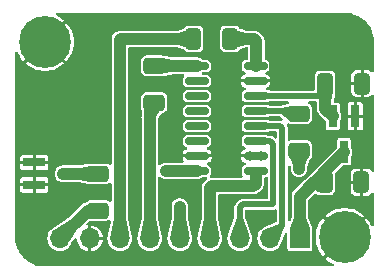
<source format=gbr>
%TF.GenerationSoftware,KiCad,Pcbnew,8.0.0~rc2-1e5b68cb87~176~ubuntu22.04.1*%
%TF.CreationDate,2024-02-07T10:24:23+05:30*%
%TF.ProjectId,BoB,426f422e-6b69-4636-9164-5f7063625858,rev?*%
%TF.SameCoordinates,Original*%
%TF.FileFunction,Copper,L1,Top*%
%TF.FilePolarity,Positive*%
%FSLAX46Y46*%
G04 Gerber Fmt 4.6, Leading zero omitted, Abs format (unit mm)*
G04 Created by KiCad (PCBNEW 8.0.0~rc2-1e5b68cb87~176~ubuntu22.04.1) date 2024-02-07 10:24:23*
%MOMM*%
%LPD*%
G01*
G04 APERTURE LIST*
G04 Aperture macros list*
%AMRoundRect*
0 Rectangle with rounded corners*
0 $1 Rounding radius*
0 $2 $3 $4 $5 $6 $7 $8 $9 X,Y pos of 4 corners*
0 Add a 4 corners polygon primitive as box body*
4,1,4,$2,$3,$4,$5,$6,$7,$8,$9,$2,$3,0*
0 Add four circle primitives for the rounded corners*
1,1,$1+$1,$2,$3*
1,1,$1+$1,$4,$5*
1,1,$1+$1,$6,$7*
1,1,$1+$1,$8,$9*
0 Add four rect primitives between the rounded corners*
20,1,$1+$1,$2,$3,$4,$5,0*
20,1,$1+$1,$4,$5,$6,$7,0*
20,1,$1+$1,$6,$7,$8,$9,0*
20,1,$1+$1,$8,$9,$2,$3,0*%
G04 Aperture macros list end*
%TA.AperFunction,SMDPad,CuDef*%
%ADD10RoundRect,0.250000X-0.650000X0.412500X-0.650000X-0.412500X0.650000X-0.412500X0.650000X0.412500X0*%
%TD*%
%TA.AperFunction,SMDPad,CuDef*%
%ADD11RoundRect,0.250000X0.412500X0.650000X-0.412500X0.650000X-0.412500X-0.650000X0.412500X-0.650000X0*%
%TD*%
%TA.AperFunction,ComponentPad*%
%ADD12C,0.700000*%
%TD*%
%TA.AperFunction,ComponentPad*%
%ADD13C,4.400000*%
%TD*%
%TA.AperFunction,SMDPad,CuDef*%
%ADD14RoundRect,0.250000X0.650000X-0.412500X0.650000X0.412500X-0.650000X0.412500X-0.650000X-0.412500X0*%
%TD*%
%TA.AperFunction,SMDPad,CuDef*%
%ADD15RoundRect,0.250000X-0.412500X-0.650000X0.412500X-0.650000X0.412500X0.650000X-0.412500X0.650000X0*%
%TD*%
%TA.AperFunction,SMDPad,CuDef*%
%ADD16R,0.800000X1.900000*%
%TD*%
%TA.AperFunction,ComponentPad*%
%ADD17R,1.700000X1.700000*%
%TD*%
%TA.AperFunction,ComponentPad*%
%ADD18O,1.700000X1.700000*%
%TD*%
%TA.AperFunction,SMDPad,CuDef*%
%ADD19R,1.900000X0.800000*%
%TD*%
%TA.AperFunction,SMDPad,CuDef*%
%ADD20RoundRect,0.150000X-0.825000X-0.150000X0.825000X-0.150000X0.825000X0.150000X-0.825000X0.150000X0*%
%TD*%
%TA.AperFunction,ViaPad*%
%ADD21C,0.800000*%
%TD*%
%TA.AperFunction,Conductor*%
%ADD22C,1.000000*%
%TD*%
%TA.AperFunction,Conductor*%
%ADD23C,0.500000*%
%TD*%
%TA.AperFunction,Conductor*%
%ADD24C,0.250000*%
%TD*%
G04 APERTURE END LIST*
D10*
%TO.P,C3,1*%
%TO.N,Net-(U1-RCLK)*%
X81026000Y-65457500D03*
%TO.P,C3,2*%
%TO.N,RX_OSC*%
X81026000Y-68582500D03*
%TD*%
D11*
%TO.P,C1,1*%
%TO.N,Net-(U1-ROUT{slash}DOUT)*%
X75192500Y-59120000D03*
%TO.P,C1,2*%
%TO.N,RIGHT*%
X72067500Y-59120000D03*
%TD*%
D12*
%TO.P,H2,1,1*%
%TO.N,GND*%
X86531100Y-75898600D03*
X86047826Y-77065326D03*
X86047826Y-74731874D03*
X84881100Y-77548600D03*
D13*
X84881100Y-75898600D03*
D12*
X84881100Y-74248600D03*
X83714374Y-77065326D03*
X83714374Y-74731874D03*
X83231100Y-75898600D03*
%TD*%
D14*
%TO.P,C13,1*%
%TO.N,Net-(JP1-Pin_9)*%
X64008000Y-73660000D03*
%TO.P,C13,2*%
%TO.N,Net-(D1-COM)*%
X64008000Y-70535000D03*
%TD*%
D12*
%TO.P,H1,1,1*%
%TO.N,GND*%
X61160000Y-59380000D03*
X60676726Y-60546726D03*
X60676726Y-58213274D03*
X59510000Y-61030000D03*
D13*
X59510000Y-59380000D03*
D12*
X59510000Y-57730000D03*
X58343274Y-60546726D03*
X58343274Y-58213274D03*
X57860000Y-59380000D03*
%TD*%
D15*
%TO.P,C4,1*%
%TO.N,+3.3V*%
X83235000Y-62900000D03*
%TO.P,C4,2*%
%TO.N,GND*%
X86360000Y-62900000D03*
%TD*%
D16*
%TO.P,U2,1,GND*%
%TO.N,GND*%
X85786000Y-65670000D03*
%TO.P,U2,2,VO*%
%TO.N,+3.3V*%
X83886000Y-65670000D03*
%TO.P,U2,3,VI*%
%TO.N,+5V*%
X84836000Y-68670000D03*
%TD*%
D17*
%TO.P,JP1,1,Pin_1*%
%TO.N,+5V*%
X81090000Y-76010000D03*
D18*
%TO.P,JP1,2,Pin_2*%
%TO.N,SDA*%
X78550000Y-76010000D03*
%TO.P,JP1,3,Pin_3*%
%TO.N,SCL*%
X76010000Y-76010000D03*
%TO.P,JP1,4,Pin_4*%
%TO.N,RST*%
X73470000Y-76010000D03*
%TO.P,JP1,5,Pin_5*%
%TO.N,RX_OSC*%
X70930000Y-76010000D03*
%TO.P,JP1,6,Pin_6*%
%TO.N,LEFT*%
X68390000Y-76010000D03*
%TO.P,JP1,7,Pin_7*%
%TO.N,RIGHT*%
X65850000Y-76010000D03*
%TO.P,JP1,8,Pin_8*%
%TO.N,GND*%
X63310000Y-76010000D03*
%TO.P,JP1,9,Pin_9*%
%TO.N,Net-(JP1-Pin_9)*%
X60770000Y-76010000D03*
%TD*%
D19*
%TO.P,D1,1,A*%
%TO.N,GND*%
X58612500Y-69580000D03*
%TO.P,D1,2,K*%
X58612500Y-71480000D03*
%TO.P,D1,3,COM*%
%TO.N,Net-(D1-COM)*%
X61612500Y-70530000D03*
%TD*%
D15*
%TO.P,C5,1*%
%TO.N,+5V*%
X83187500Y-71250000D03*
%TO.P,C5,2*%
%TO.N,GND*%
X86312500Y-71250000D03*
%TD*%
D14*
%TO.P,C2,1*%
%TO.N,LEFT*%
X68760000Y-64515000D03*
%TO.P,C2,2*%
%TO.N,Net-(U1-LOUT{slash}DFS)*%
X68760000Y-61390000D03*
%TD*%
D20*
%TO.P,U1,1,LOUT/DFS*%
%TO.N,Net-(U1-LOUT{slash}DFS)*%
X72390700Y-61410000D03*
%TO.P,U1,2,GPO3/DCLK*%
%TO.N,unconnected-(U1-GPO3{slash}DCLK-Pad2)*%
X72390700Y-62680000D03*
%TO.P,U1,3,GPO2/INTB*%
%TO.N,unconnected-(U1-GPO2{slash}INTB-Pad3)*%
X72390700Y-63950000D03*
%TO.P,U1,4,GPO1*%
%TO.N,unconnected-(U1-GPO1-Pad4)*%
X72390700Y-65220000D03*
%TO.P,U1,5,NC*%
%TO.N,unconnected-(U1-NC-Pad5)*%
X72390700Y-66490000D03*
%TO.P,U1,6,FMI*%
%TO.N,unconnected-(U1-FMI-Pad6)*%
X72390700Y-67760000D03*
%TO.P,U1,7,RFGND*%
%TO.N,GND*%
X72390700Y-69030000D03*
%TO.P,U1,8,AMI*%
%TO.N,Net-(D1-COM)*%
X72390700Y-70300000D03*
%TO.P,U1,9,\u002ARST*%
%TO.N,RST*%
X77340700Y-70300000D03*
%TO.P,U1,10,SENB*%
%TO.N,GND*%
X77340700Y-69030000D03*
%TO.P,U1,11,SCLK*%
%TO.N,SCL*%
X77340700Y-67760000D03*
%TO.P,U1,12,SDIO*%
%TO.N,SDA*%
X77340700Y-66490000D03*
%TO.P,U1,13,RCLK*%
%TO.N,Net-(U1-RCLK)*%
X77340700Y-65220000D03*
%TO.P,U1,14,VDD*%
%TO.N,+3.3V*%
X77340700Y-63950000D03*
%TO.P,U1,15,GND*%
%TO.N,GND*%
X77340700Y-62680000D03*
%TO.P,U1,16,ROUT/DOUT*%
%TO.N,Net-(U1-ROUT{slash}DOUT)*%
X77340700Y-61410000D03*
%TD*%
D21*
%TO.N,RX_OSC*%
X81026000Y-70104000D03*
X70930000Y-73330000D03*
%TO.N,GND*%
X77790000Y-69060000D03*
X64536100Y-72063600D03*
X67076100Y-64443600D03*
X59456100Y-64443600D03*
X67076100Y-61903600D03*
X59456100Y-77143600D03*
X61996100Y-66983600D03*
X59456100Y-66983600D03*
X64536100Y-64443600D03*
X79776100Y-59363600D03*
X79776100Y-61903600D03*
X64536100Y-66983600D03*
X64536100Y-61903600D03*
X82625000Y-68600000D03*
X77236100Y-74603600D03*
X61996100Y-61903600D03*
X72190000Y-72160000D03*
X67076100Y-72063600D03*
X61996100Y-64443600D03*
X69616100Y-66983600D03*
X82625000Y-67300000D03*
X67076100Y-66983600D03*
X69616100Y-72063600D03*
X64536100Y-59363600D03*
X82316100Y-59363600D03*
X76880000Y-69040000D03*
X59456100Y-74603600D03*
X84856100Y-59363600D03*
%TO.N,Net-(D1-COM)*%
X64010000Y-70460000D03*
X69770000Y-70300000D03*
%TD*%
D22*
%TO.N,+5V*%
X82310000Y-71250000D02*
X83187500Y-71250000D01*
X81090000Y-72470000D02*
X84836000Y-68724000D01*
X81090000Y-72470000D02*
X82310000Y-71250000D01*
%TO.N,+3.3V*%
X83235000Y-62900000D02*
X83235000Y-65019000D01*
X83235000Y-65019000D02*
X83336000Y-65120000D01*
D23*
X77340700Y-63950000D02*
X83130000Y-63950000D01*
D22*
X83336000Y-65120000D02*
X83886000Y-65670000D01*
D23*
%TO.N,Net-(U1-RCLK)*%
X77340700Y-65220000D02*
X81102500Y-65220000D01*
D22*
%TO.N,RX_OSC*%
X81026000Y-70104000D02*
X81026000Y-68582500D01*
X70930000Y-76010000D02*
X70930000Y-73330000D01*
%TO.N,Net-(JP1-Pin_9)*%
X60770000Y-76010000D02*
X63120000Y-73660000D01*
X63120000Y-73660000D02*
X64008000Y-73660000D01*
%TO.N,RST*%
X77340700Y-71389300D02*
X77340700Y-70640000D01*
D24*
X77340700Y-71259300D02*
X77270000Y-71330000D01*
D22*
X73470000Y-76010000D02*
X73470000Y-71740000D01*
X73470000Y-71740000D02*
X73630000Y-71580000D01*
X77150000Y-71580000D02*
X77340700Y-71389300D01*
X73630000Y-71580000D02*
X77150000Y-71580000D01*
D24*
X77340700Y-70640000D02*
X77340700Y-71259300D01*
X77340700Y-70300000D02*
X77340700Y-70640000D01*
D23*
%TO.N,SCL*%
X76010000Y-76010000D02*
X76010000Y-73380000D01*
X78560000Y-67760000D02*
X77340700Y-67760000D01*
X76260000Y-73130000D02*
X78860000Y-73130000D01*
X78860000Y-68060000D02*
X78560000Y-67760000D01*
X76010000Y-73380000D02*
X76260000Y-73130000D01*
X78860000Y-73130000D02*
X78860000Y-68060000D01*
D24*
%TO.N,SDA*%
X79060000Y-66490000D02*
X79150000Y-66580000D01*
D23*
X79620000Y-66690000D02*
X79620000Y-74940000D01*
X79420000Y-66490000D02*
X79620000Y-66690000D01*
X77340700Y-66490000D02*
X79420000Y-66490000D01*
D24*
X77520000Y-66490000D02*
X79060000Y-66490000D01*
D23*
X79620000Y-74940000D02*
X78550000Y-76010000D01*
D22*
%TO.N,LEFT*%
X68390000Y-76010000D02*
X68390000Y-64885000D01*
X68390000Y-64885000D02*
X68760000Y-64515000D01*
%TO.N,Net-(U1-LOUT{slash}DFS)*%
X72370700Y-61390000D02*
X72390700Y-61410000D01*
X68760000Y-61390000D02*
X72370700Y-61390000D01*
%TO.N,Net-(U1-ROUT{slash}DOUT)*%
X77220000Y-59120000D02*
X77420000Y-59320000D01*
X77420000Y-59320000D02*
X77420000Y-61330700D01*
X75192500Y-59120000D02*
X77220000Y-59120000D01*
X77420000Y-61330700D02*
X77340700Y-61410000D01*
%TO.N,RIGHT*%
X72067500Y-59120000D02*
X65920000Y-59120000D01*
X65850000Y-59190000D02*
X65850000Y-76010000D01*
X65920000Y-59120000D02*
X65850000Y-59190000D01*
%TO.N,+5V*%
X81090000Y-76010000D02*
X81090000Y-72470000D01*
%TO.N,Net-(D1-COM)*%
X64008000Y-70535000D02*
X61055000Y-70535000D01*
X72390700Y-70300000D02*
X69770000Y-70300000D01*
%TD*%
%TA.AperFunction,Conductor*%
%TO.N,GND*%
G36*
X84884836Y-56899326D02*
G01*
X85173691Y-56916798D01*
X85188554Y-56918603D01*
X85469504Y-56970089D01*
X85484041Y-56973672D01*
X85756726Y-57058645D01*
X85770717Y-57063950D01*
X86031195Y-57181181D01*
X86044441Y-57188134D01*
X86288884Y-57335905D01*
X86301196Y-57344403D01*
X86485137Y-57488511D01*
X86526042Y-57520558D01*
X86537250Y-57530488D01*
X86739211Y-57732449D01*
X86749141Y-57743657D01*
X86925292Y-57968498D01*
X86933796Y-57980818D01*
X87081562Y-58225252D01*
X87088521Y-58238511D01*
X87205747Y-58498977D01*
X87211056Y-58512978D01*
X87296026Y-58785657D01*
X87299610Y-58800195D01*
X87351096Y-59081145D01*
X87352901Y-59096010D01*
X87370374Y-59384863D01*
X87370600Y-59392350D01*
X87370600Y-61842070D01*
X87350915Y-61909109D01*
X87298111Y-61954864D01*
X87228953Y-61964808D01*
X87165397Y-61935783D01*
X87147334Y-61916381D01*
X87129690Y-61892812D01*
X87129687Y-61892809D01*
X87014593Y-61806649D01*
X87014586Y-61806645D01*
X86879879Y-61756403D01*
X86879872Y-61756401D01*
X86820344Y-61750000D01*
X86485000Y-61750000D01*
X86485000Y-64050000D01*
X86820328Y-64050000D01*
X86820344Y-64049999D01*
X86879872Y-64043598D01*
X86879879Y-64043596D01*
X87014586Y-63993354D01*
X87014593Y-63993350D01*
X87129685Y-63907191D01*
X87147332Y-63883619D01*
X87203266Y-63841747D01*
X87272957Y-63836763D01*
X87334281Y-63870247D01*
X87367766Y-63931570D01*
X87370600Y-63957929D01*
X87370600Y-70255521D01*
X87350915Y-70322560D01*
X87298111Y-70368315D01*
X87228953Y-70378259D01*
X87165397Y-70349234D01*
X87147334Y-70329833D01*
X87082187Y-70242809D01*
X86967093Y-70156649D01*
X86967086Y-70156645D01*
X86832379Y-70106403D01*
X86832372Y-70106401D01*
X86772844Y-70100000D01*
X86437500Y-70100000D01*
X86437500Y-72400000D01*
X86772828Y-72400000D01*
X86772844Y-72399999D01*
X86832372Y-72393598D01*
X86832379Y-72393596D01*
X86967086Y-72343354D01*
X86967093Y-72343350D01*
X87082186Y-72257190D01*
X87147333Y-72170167D01*
X87203267Y-72128296D01*
X87272959Y-72123312D01*
X87334282Y-72156797D01*
X87367766Y-72218121D01*
X87370600Y-72244478D01*
X87370600Y-74880158D01*
X87350915Y-74947197D01*
X87298111Y-74992952D01*
X87228953Y-75002896D01*
X87165397Y-74973871D01*
X87134402Y-74932955D01*
X87032297Y-74715973D01*
X87032294Y-74715967D01*
X86867117Y-74455688D01*
X86701265Y-74255208D01*
X86247826Y-74708647D01*
X86247826Y-74692092D01*
X86217378Y-74618583D01*
X86161117Y-74562322D01*
X86087608Y-74531874D01*
X86071048Y-74531874D01*
X86523199Y-74079722D01*
X86523199Y-74079721D01*
X86445877Y-74007111D01*
X86445867Y-74007103D01*
X86196482Y-73825914D01*
X86196464Y-73825902D01*
X85926321Y-73677390D01*
X85926313Y-73677386D01*
X85639693Y-73563906D01*
X85341091Y-73487238D01*
X85341082Y-73487236D01*
X85035252Y-73448600D01*
X84726947Y-73448600D01*
X84421117Y-73487236D01*
X84421108Y-73487238D01*
X84122506Y-73563906D01*
X83835886Y-73677386D01*
X83835878Y-73677390D01*
X83565735Y-73825902D01*
X83565717Y-73825914D01*
X83316332Y-74007103D01*
X83316322Y-74007111D01*
X83238999Y-74079721D01*
X83238998Y-74079722D01*
X83691150Y-74531874D01*
X83674592Y-74531874D01*
X83601083Y-74562322D01*
X83544822Y-74618583D01*
X83514374Y-74692092D01*
X83514374Y-74708650D01*
X83060932Y-74255208D01*
X82895085Y-74455683D01*
X82729905Y-74715967D01*
X82729902Y-74715973D01*
X82598646Y-74994905D01*
X82598644Y-74994910D01*
X82503380Y-75288100D01*
X82445612Y-75590929D01*
X82445611Y-75590936D01*
X82426256Y-75898594D01*
X82426256Y-75898605D01*
X82445611Y-76206263D01*
X82445612Y-76206270D01*
X82503380Y-76509099D01*
X82598644Y-76802289D01*
X82598646Y-76802294D01*
X82729902Y-77081226D01*
X82729905Y-77081232D01*
X82895087Y-77341519D01*
X82895090Y-77341523D01*
X83060932Y-77541990D01*
X83514374Y-77088548D01*
X83514374Y-77105108D01*
X83544822Y-77178617D01*
X83601083Y-77234878D01*
X83674592Y-77265326D01*
X83691150Y-77265326D01*
X83238999Y-77717476D01*
X83238999Y-77717477D01*
X83316322Y-77790088D01*
X83316332Y-77790096D01*
X83565717Y-77971285D01*
X83565735Y-77971297D01*
X83835878Y-78119809D01*
X83835886Y-78119813D01*
X83909119Y-78148808D01*
X83964205Y-78191789D01*
X83987308Y-78257728D01*
X83971094Y-78325691D01*
X83920711Y-78374098D01*
X83863472Y-78388100D01*
X59484851Y-78388100D01*
X59477364Y-78387874D01*
X59188510Y-78370401D01*
X59173645Y-78368596D01*
X58892695Y-78317110D01*
X58878157Y-78313526D01*
X58605478Y-78228556D01*
X58591477Y-78223247D01*
X58331011Y-78106021D01*
X58317752Y-78099062D01*
X58178101Y-78014640D01*
X58073318Y-77951296D01*
X58060998Y-77942792D01*
X57836157Y-77766641D01*
X57824949Y-77756711D01*
X57622988Y-77554750D01*
X57613058Y-77543542D01*
X57528263Y-77435309D01*
X57436903Y-77318696D01*
X57428405Y-77306384D01*
X57280634Y-77061941D01*
X57273681Y-77048695D01*
X57156450Y-76788217D01*
X57151143Y-76774221D01*
X57144917Y-76754242D01*
X57066172Y-76501541D01*
X57062589Y-76487004D01*
X57012913Y-76215932D01*
X57011102Y-76206052D01*
X57009298Y-76191189D01*
X57000856Y-76051631D01*
X56998338Y-76010000D01*
X59714417Y-76010000D01*
X59734699Y-76215932D01*
X59734700Y-76215934D01*
X59794768Y-76413954D01*
X59892315Y-76596450D01*
X59892316Y-76596451D01*
X59892317Y-76596452D01*
X60023589Y-76756410D01*
X60062353Y-76788222D01*
X60183550Y-76887685D01*
X60366046Y-76985232D01*
X60564066Y-77045300D01*
X60564065Y-77045300D01*
X60582529Y-77047118D01*
X60770000Y-77065583D01*
X60975934Y-77045300D01*
X61173954Y-76985232D01*
X61356450Y-76887685D01*
X61516410Y-76756410D01*
X61647685Y-76596450D01*
X61724011Y-76453652D01*
X61729690Y-76444089D01*
X61732406Y-76439949D01*
X61732411Y-76439945D01*
X61987251Y-76051628D01*
X62040489Y-76006384D01*
X62109739Y-75997103D01*
X62173014Y-76026735D01*
X62210224Y-76085872D01*
X62214389Y-76108225D01*
X62224096Y-76212989D01*
X62224097Y-76212992D01*
X62279883Y-76409063D01*
X62279886Y-76409069D01*
X62370754Y-76591556D01*
X62493608Y-76754242D01*
X62644260Y-76891578D01*
X62817584Y-76998897D01*
X63007678Y-77072539D01*
X63185000Y-77105686D01*
X63185000Y-76494144D01*
X63244174Y-76510000D01*
X63375826Y-76510000D01*
X63435000Y-76494144D01*
X63435000Y-77105686D01*
X63612321Y-77072539D01*
X63802415Y-76998897D01*
X63975739Y-76891578D01*
X64126391Y-76754242D01*
X64249245Y-76591556D01*
X64340113Y-76409069D01*
X64340116Y-76409063D01*
X64395902Y-76212992D01*
X64395902Y-76212989D01*
X64403130Y-76135000D01*
X63794144Y-76135000D01*
X63810000Y-76075826D01*
X63810000Y-75944174D01*
X63794144Y-75885000D01*
X64403130Y-75885000D01*
X64403130Y-75884999D01*
X64395902Y-75807010D01*
X64395902Y-75807007D01*
X64340116Y-75610936D01*
X64340113Y-75610930D01*
X64249245Y-75428443D01*
X64126391Y-75265757D01*
X63975739Y-75128421D01*
X63802415Y-75021102D01*
X63612321Y-74947460D01*
X63435000Y-74914312D01*
X63435000Y-75525855D01*
X63375826Y-75510000D01*
X63244174Y-75510000D01*
X63185000Y-75525855D01*
X63185000Y-74914311D01*
X63174397Y-74916294D01*
X63104882Y-74909263D01*
X63050203Y-74865765D01*
X63027721Y-74799611D01*
X63044574Y-74731804D01*
X63063927Y-74706728D01*
X63211420Y-74559235D01*
X63272741Y-74525752D01*
X63300835Y-74523400D01*
X63300835Y-74523000D01*
X64712270Y-74523000D01*
X64742699Y-74520146D01*
X64742701Y-74520146D01*
X64806790Y-74497719D01*
X64870882Y-74475293D01*
X64887360Y-74463131D01*
X64952988Y-74439161D01*
X65021158Y-74454476D01*
X65070227Y-74504216D01*
X65084614Y-74572588D01*
X65082406Y-74588099D01*
X64871150Y-75606048D01*
X64864515Y-75638017D01*
X64864139Y-75637939D01*
X64861739Y-75648993D01*
X64814699Y-75804066D01*
X64794417Y-76010000D01*
X64814699Y-76215932D01*
X64814700Y-76215934D01*
X64874768Y-76413954D01*
X64972315Y-76596450D01*
X64972316Y-76596451D01*
X64972317Y-76596452D01*
X65103589Y-76756410D01*
X65142353Y-76788222D01*
X65263550Y-76887685D01*
X65446046Y-76985232D01*
X65644066Y-77045300D01*
X65644065Y-77045300D01*
X65662529Y-77047118D01*
X65850000Y-77065583D01*
X66055934Y-77045300D01*
X66253954Y-76985232D01*
X66436450Y-76887685D01*
X66596410Y-76756410D01*
X66727685Y-76596450D01*
X66825232Y-76413954D01*
X66885300Y-76215934D01*
X66905583Y-76010000D01*
X67334417Y-76010000D01*
X67354699Y-76215932D01*
X67354700Y-76215934D01*
X67414768Y-76413954D01*
X67512315Y-76596450D01*
X67512316Y-76596451D01*
X67512317Y-76596452D01*
X67643589Y-76756410D01*
X67682353Y-76788222D01*
X67803550Y-76887685D01*
X67986046Y-76985232D01*
X68184066Y-77045300D01*
X68184065Y-77045300D01*
X68202529Y-77047118D01*
X68390000Y-77065583D01*
X68595934Y-77045300D01*
X68793954Y-76985232D01*
X68976450Y-76887685D01*
X69136410Y-76756410D01*
X69267685Y-76596450D01*
X69365232Y-76413954D01*
X69425300Y-76215934D01*
X69445583Y-76010000D01*
X69874417Y-76010000D01*
X69894699Y-76215932D01*
X69894700Y-76215934D01*
X69954768Y-76413954D01*
X70052315Y-76596450D01*
X70052316Y-76596451D01*
X70052317Y-76596452D01*
X70183589Y-76756410D01*
X70222353Y-76788222D01*
X70343550Y-76887685D01*
X70526046Y-76985232D01*
X70724066Y-77045300D01*
X70724065Y-77045300D01*
X70742529Y-77047118D01*
X70930000Y-77065583D01*
X71135934Y-77045300D01*
X71333954Y-76985232D01*
X71516450Y-76887685D01*
X71676410Y-76756410D01*
X71807685Y-76596450D01*
X71905232Y-76413954D01*
X71965300Y-76215934D01*
X71985583Y-76010000D01*
X71965300Y-75804066D01*
X71918303Y-75649139D01*
X71915551Y-75638342D01*
X71914545Y-75633494D01*
X71914545Y-75633490D01*
X71633148Y-74277565D01*
X71633148Y-74277564D01*
X71633087Y-74277271D01*
X71630500Y-74252074D01*
X71630500Y-73261004D01*
X71603581Y-73125677D01*
X71603580Y-73125676D01*
X71603580Y-73125672D01*
X71567773Y-73039225D01*
X71550778Y-72998195D01*
X71550771Y-72998182D01*
X71474114Y-72883458D01*
X71474111Y-72883454D01*
X71376545Y-72785888D01*
X71376541Y-72785885D01*
X71261817Y-72709228D01*
X71261804Y-72709221D01*
X71134332Y-72656421D01*
X71134322Y-72656418D01*
X70998995Y-72629500D01*
X70998993Y-72629500D01*
X70861007Y-72629500D01*
X70861005Y-72629500D01*
X70725677Y-72656418D01*
X70725667Y-72656421D01*
X70598195Y-72709221D01*
X70598182Y-72709228D01*
X70483458Y-72785885D01*
X70483454Y-72785888D01*
X70385888Y-72883454D01*
X70385885Y-72883458D01*
X70309228Y-72998182D01*
X70309221Y-72998195D01*
X70256421Y-73125667D01*
X70256418Y-73125677D01*
X70229500Y-73261004D01*
X70229500Y-74252073D01*
X70226913Y-74277270D01*
X70226852Y-74277564D01*
X69951150Y-75606048D01*
X69944515Y-75638017D01*
X69944139Y-75637939D01*
X69941739Y-75648993D01*
X69894699Y-75804066D01*
X69874417Y-76010000D01*
X69445583Y-76010000D01*
X69425300Y-75804066D01*
X69378303Y-75649139D01*
X69375551Y-75638342D01*
X69374545Y-75633494D01*
X69374545Y-75633490D01*
X69093148Y-74277565D01*
X69093148Y-74277564D01*
X69093087Y-74277271D01*
X69090500Y-74252074D01*
X69090500Y-70910519D01*
X69110185Y-70843480D01*
X69162989Y-70797725D01*
X69232147Y-70787781D01*
X69295703Y-70816806D01*
X69302181Y-70822838D01*
X69323454Y-70844111D01*
X69323458Y-70844114D01*
X69438182Y-70920771D01*
X69438195Y-70920778D01*
X69565667Y-70973578D01*
X69565672Y-70973580D01*
X69565676Y-70973580D01*
X69565677Y-70973581D01*
X69701004Y-71000500D01*
X69701007Y-71000500D01*
X72459695Y-71000500D01*
X72550741Y-70982389D01*
X72595028Y-70973580D01*
X72722511Y-70920775D01*
X72837242Y-70844114D01*
X72837876Y-70843480D01*
X72844538Y-70836819D01*
X72905861Y-70803334D01*
X72932219Y-70800500D01*
X73126964Y-70800500D01*
X73194003Y-70820185D01*
X73239758Y-70872989D01*
X73249702Y-70942147D01*
X73220677Y-71005703D01*
X73195853Y-71027603D01*
X73183458Y-71035884D01*
X73183453Y-71035888D01*
X72925887Y-71293454D01*
X72849222Y-71408192D01*
X72796421Y-71535667D01*
X72796418Y-71535679D01*
X72772585Y-71655494D01*
X72772585Y-71655500D01*
X72769500Y-71671007D01*
X72769500Y-71671010D01*
X72769500Y-74252073D01*
X72766913Y-74277270D01*
X72766852Y-74277564D01*
X72491150Y-75606048D01*
X72484515Y-75638017D01*
X72484139Y-75637939D01*
X72481739Y-75648993D01*
X72434699Y-75804066D01*
X72414417Y-76010000D01*
X72434699Y-76215932D01*
X72434700Y-76215934D01*
X72494768Y-76413954D01*
X72592315Y-76596450D01*
X72592316Y-76596451D01*
X72592317Y-76596452D01*
X72723589Y-76756410D01*
X72762353Y-76788222D01*
X72883550Y-76887685D01*
X73066046Y-76985232D01*
X73264066Y-77045300D01*
X73264065Y-77045300D01*
X73282529Y-77047118D01*
X73470000Y-77065583D01*
X73675934Y-77045300D01*
X73873954Y-76985232D01*
X74056450Y-76887685D01*
X74216410Y-76756410D01*
X74347685Y-76596450D01*
X74445232Y-76413954D01*
X74505300Y-76215934D01*
X74525583Y-76010000D01*
X74505300Y-75804066D01*
X74458303Y-75649139D01*
X74455551Y-75638342D01*
X74454545Y-75633494D01*
X74454545Y-75633490D01*
X74173148Y-74277565D01*
X74173148Y-74277564D01*
X74173087Y-74277271D01*
X74170500Y-74252074D01*
X74170500Y-72404500D01*
X74190185Y-72337461D01*
X74242989Y-72291706D01*
X74294500Y-72280500D01*
X77218996Y-72280500D01*
X77334128Y-72257598D01*
X77354328Y-72253580D01*
X77430207Y-72222150D01*
X77481807Y-72200777D01*
X77481808Y-72200776D01*
X77481811Y-72200775D01*
X77596543Y-72124114D01*
X77884814Y-71835843D01*
X77961475Y-71721111D01*
X77982228Y-71671010D01*
X77988654Y-71655494D01*
X78014280Y-71593628D01*
X78041200Y-71458293D01*
X78041200Y-71320306D01*
X78041200Y-70924500D01*
X78060885Y-70857461D01*
X78113689Y-70811706D01*
X78165200Y-70800500D01*
X78198961Y-70800500D01*
X78267622Y-70790496D01*
X78336799Y-70800309D01*
X78389689Y-70845964D01*
X78409500Y-70912967D01*
X78409500Y-72555500D01*
X78389815Y-72622539D01*
X78337011Y-72668294D01*
X78285500Y-72679500D01*
X76200691Y-72679500D01*
X76086114Y-72710201D01*
X76086112Y-72710201D01*
X76086112Y-72710202D01*
X76061663Y-72724318D01*
X76061662Y-72724318D01*
X75983389Y-72769508D01*
X75983384Y-72769512D01*
X75649513Y-73103383D01*
X75649509Y-73103389D01*
X75590201Y-73206112D01*
X75590200Y-73206117D01*
X75559500Y-73320691D01*
X75559500Y-74235269D01*
X75551049Y-74280262D01*
X75035878Y-75603288D01*
X75034899Y-75605727D01*
X75034769Y-75606038D01*
X74974699Y-75804067D01*
X74954417Y-76010000D01*
X74974699Y-76215932D01*
X74974700Y-76215934D01*
X75034768Y-76413954D01*
X75132315Y-76596450D01*
X75132316Y-76596451D01*
X75132317Y-76596452D01*
X75263589Y-76756410D01*
X75302353Y-76788222D01*
X75423550Y-76887685D01*
X75606046Y-76985232D01*
X75804066Y-77045300D01*
X75804065Y-77045300D01*
X75822529Y-77047118D01*
X76010000Y-77065583D01*
X76215934Y-77045300D01*
X76413954Y-76985232D01*
X76596450Y-76887685D01*
X76756410Y-76756410D01*
X76887685Y-76596450D01*
X76985232Y-76413954D01*
X77045300Y-76215934D01*
X77065583Y-76010000D01*
X77045300Y-75804066D01*
X76985232Y-75606046D01*
X76985228Y-75606038D01*
X76985079Y-75605678D01*
X76984087Y-75603208D01*
X76982641Y-75599495D01*
X76982641Y-75599493D01*
X76544893Y-74475293D01*
X76468951Y-74280263D01*
X76460500Y-74235270D01*
X76460500Y-73704500D01*
X76480185Y-73637461D01*
X76532989Y-73591706D01*
X76584500Y-73580500D01*
X78919306Y-73580500D01*
X78919309Y-73580500D01*
X79013408Y-73555286D01*
X79083256Y-73556949D01*
X79141119Y-73596111D01*
X79168623Y-73660340D01*
X79169500Y-73675061D01*
X79169500Y-74530468D01*
X79149815Y-74597507D01*
X79097011Y-74643262D01*
X79092705Y-74645131D01*
X78152371Y-75032251D01*
X78150555Y-75032899D01*
X78146050Y-75034765D01*
X78064705Y-75078246D01*
X77963550Y-75132315D01*
X77963548Y-75132316D01*
X77963547Y-75132317D01*
X77803589Y-75263589D01*
X77672317Y-75423547D01*
X77574769Y-75606043D01*
X77574768Y-75606045D01*
X77574768Y-75606046D01*
X77573285Y-75610936D01*
X77514699Y-75804067D01*
X77494417Y-76010000D01*
X77514699Y-76215932D01*
X77514700Y-76215934D01*
X77574768Y-76413954D01*
X77672315Y-76596450D01*
X77672316Y-76596451D01*
X77672317Y-76596452D01*
X77803589Y-76756410D01*
X77842353Y-76788222D01*
X77963550Y-76887685D01*
X78146046Y-76985232D01*
X78344066Y-77045300D01*
X78344065Y-77045300D01*
X78362529Y-77047118D01*
X78550000Y-77065583D01*
X78755934Y-77045300D01*
X78953954Y-76985232D01*
X79136450Y-76887685D01*
X79296410Y-76756410D01*
X79427685Y-76596450D01*
X79525232Y-76413954D01*
X79527829Y-76405388D01*
X79533485Y-76390334D01*
X79533971Y-76389255D01*
X79533980Y-76389241D01*
X79798028Y-75607976D01*
X79838141Y-75550770D01*
X79902815Y-75524331D01*
X79971517Y-75537054D01*
X80022433Y-75584900D01*
X80039500Y-75647680D01*
X80039500Y-76879752D01*
X80051131Y-76938229D01*
X80051132Y-76938230D01*
X80095447Y-77004552D01*
X80161769Y-77048867D01*
X80161770Y-77048868D01*
X80220247Y-77060499D01*
X80220250Y-77060500D01*
X80220252Y-77060500D01*
X81959750Y-77060500D01*
X81959751Y-77060499D01*
X81974568Y-77057552D01*
X82018229Y-77048868D01*
X82018229Y-77048867D01*
X82018231Y-77048867D01*
X82084552Y-77004552D01*
X82128867Y-76938231D01*
X82128867Y-76938229D01*
X82128868Y-76938229D01*
X82140499Y-76879752D01*
X82140500Y-76879750D01*
X82140500Y-75185020D01*
X82142304Y-75169165D01*
X82141719Y-75169098D01*
X82142511Y-75162189D01*
X82142513Y-75162183D01*
X82142532Y-75153228D01*
X82142173Y-75151405D01*
X82140618Y-75140846D01*
X82140500Y-75140252D01*
X82128867Y-75081769D01*
X82128866Y-75081768D01*
X82128166Y-75078246D01*
X82127054Y-75074557D01*
X82127053Y-75074548D01*
X81880301Y-74475292D01*
X81799840Y-74279887D01*
X81790500Y-74232674D01*
X81790500Y-72811518D01*
X81810185Y-72744479D01*
X81826815Y-72723841D01*
X82302469Y-72248186D01*
X82363790Y-72214703D01*
X82433481Y-72219687D01*
X82456019Y-72230812D01*
X82500056Y-72258423D01*
X82500036Y-72258454D01*
X82512053Y-72265844D01*
X82562118Y-72302793D01*
X82690301Y-72347646D01*
X82700445Y-72348597D01*
X82720730Y-72350500D01*
X82720734Y-72350500D01*
X83654270Y-72350500D01*
X83684699Y-72347646D01*
X83684701Y-72347646D01*
X83748790Y-72325219D01*
X83812882Y-72302793D01*
X83922150Y-72222150D01*
X84002793Y-72112882D01*
X84039710Y-72007379D01*
X84047646Y-71984701D01*
X84047646Y-71984699D01*
X84050500Y-71954269D01*
X84050500Y-71375000D01*
X85400000Y-71375000D01*
X85400000Y-71947844D01*
X85406401Y-72007372D01*
X85406403Y-72007379D01*
X85456645Y-72142086D01*
X85456649Y-72142093D01*
X85542809Y-72257187D01*
X85542812Y-72257190D01*
X85657906Y-72343350D01*
X85657913Y-72343354D01*
X85792620Y-72393596D01*
X85792627Y-72393598D01*
X85852155Y-72399999D01*
X85852172Y-72400000D01*
X86187500Y-72400000D01*
X86187500Y-71375000D01*
X85400000Y-71375000D01*
X84050500Y-71375000D01*
X84050500Y-71125000D01*
X85400000Y-71125000D01*
X86187500Y-71125000D01*
X86187500Y-70100000D01*
X85852155Y-70100000D01*
X85792627Y-70106401D01*
X85792620Y-70106403D01*
X85657913Y-70156645D01*
X85657906Y-70156649D01*
X85542812Y-70242809D01*
X85542809Y-70242812D01*
X85456649Y-70357906D01*
X85456645Y-70357913D01*
X85406403Y-70492620D01*
X85406401Y-70492627D01*
X85400000Y-70552155D01*
X85400000Y-71125000D01*
X84050500Y-71125000D01*
X84050500Y-70551518D01*
X84070185Y-70484479D01*
X84086819Y-70463837D01*
X84389037Y-70161620D01*
X84693838Y-69856819D01*
X84755161Y-69823334D01*
X84781519Y-69820500D01*
X85255750Y-69820500D01*
X85255751Y-69820499D01*
X85270568Y-69817552D01*
X85314229Y-69808868D01*
X85314229Y-69808867D01*
X85314231Y-69808867D01*
X85380552Y-69764552D01*
X85424867Y-69698231D01*
X85424867Y-69698229D01*
X85424868Y-69698229D01*
X85436499Y-69639752D01*
X85436500Y-69639750D01*
X85436500Y-69123769D01*
X85454746Y-69061627D01*
X85453906Y-69061178D01*
X85456064Y-69057140D01*
X85456185Y-69056730D01*
X85456721Y-69055910D01*
X85456771Y-69055816D01*
X85456775Y-69055811D01*
X85509580Y-68928328D01*
X85525455Y-68848520D01*
X85536500Y-68792996D01*
X85536500Y-68655003D01*
X85509581Y-68519677D01*
X85509580Y-68519676D01*
X85509580Y-68519672D01*
X85499292Y-68494834D01*
X85456776Y-68392190D01*
X85453905Y-68386819D01*
X85455205Y-68386123D01*
X85436520Y-68326438D01*
X85436500Y-68324230D01*
X85436500Y-67700249D01*
X85436499Y-67700247D01*
X85424868Y-67641770D01*
X85424867Y-67641769D01*
X85380552Y-67575447D01*
X85314230Y-67531132D01*
X85314229Y-67531131D01*
X85255752Y-67519500D01*
X85255748Y-67519500D01*
X84416252Y-67519500D01*
X84416247Y-67519500D01*
X84357770Y-67531131D01*
X84357769Y-67531132D01*
X84291447Y-67575447D01*
X84247132Y-67641769D01*
X84247131Y-67641770D01*
X84235500Y-67700247D01*
X84235500Y-68282481D01*
X84215815Y-68349520D01*
X84199181Y-68370162D01*
X81863457Y-70705886D01*
X81523279Y-71046062D01*
X81514395Y-71054088D01*
X81508528Y-71060362D01*
X81508416Y-71060257D01*
X81504780Y-71064561D01*
X80545887Y-72023454D01*
X80469222Y-72138192D01*
X80416422Y-72265665D01*
X80416418Y-72265679D01*
X80399547Y-72350499D01*
X80399547Y-72350501D01*
X80389500Y-72401006D01*
X80389500Y-74232674D01*
X80380160Y-74279887D01*
X80309160Y-74452316D01*
X80265433Y-74506811D01*
X80199185Y-74529014D01*
X80131450Y-74511877D01*
X80083732Y-74460839D01*
X80070500Y-74405103D01*
X80070500Y-69938987D01*
X80090185Y-69871948D01*
X80142989Y-69826193D01*
X80212147Y-69816249D01*
X80275703Y-69845274D01*
X80313477Y-69904052D01*
X80314944Y-69909509D01*
X80321957Y-69938205D01*
X80325500Y-69967632D01*
X80325500Y-70172993D01*
X80325500Y-70172995D01*
X80325499Y-70172995D01*
X80352418Y-70308322D01*
X80352421Y-70308332D01*
X80405221Y-70435804D01*
X80405228Y-70435817D01*
X80481885Y-70550541D01*
X80481888Y-70550545D01*
X80579454Y-70648111D01*
X80579458Y-70648114D01*
X80694182Y-70724771D01*
X80694195Y-70724778D01*
X80746739Y-70746542D01*
X80821672Y-70777580D01*
X80821676Y-70777580D01*
X80821677Y-70777581D01*
X80957004Y-70804500D01*
X80957007Y-70804500D01*
X81094995Y-70804500D01*
X81186041Y-70786389D01*
X81230328Y-70777580D01*
X81357811Y-70724775D01*
X81472542Y-70648114D01*
X81570114Y-70550542D01*
X81646775Y-70435811D01*
X81699580Y-70308328D01*
X81722542Y-70192893D01*
X81726500Y-70172995D01*
X81726500Y-69967636D01*
X81730044Y-69938201D01*
X81765648Y-69792499D01*
X81845540Y-69465557D01*
X81880576Y-69405109D01*
X81892363Y-69395224D01*
X81981500Y-69329438D01*
X81998150Y-69317150D01*
X82078793Y-69207882D01*
X82101219Y-69143790D01*
X82123646Y-69079701D01*
X82123646Y-69079699D01*
X82126500Y-69049269D01*
X82126500Y-68115730D01*
X82123646Y-68085300D01*
X82123646Y-68085298D01*
X82078793Y-67957119D01*
X82078792Y-67957117D01*
X82068565Y-67943260D01*
X81998150Y-67847850D01*
X81888882Y-67767207D01*
X81888880Y-67767206D01*
X81760700Y-67722353D01*
X81730270Y-67719500D01*
X81730266Y-67719500D01*
X80321734Y-67719500D01*
X80321730Y-67719500D01*
X80291301Y-67722353D01*
X80235454Y-67741895D01*
X80165675Y-67745456D01*
X80105048Y-67710727D01*
X80072821Y-67648733D01*
X80070500Y-67624853D01*
X80070500Y-66630693D01*
X80070500Y-66630691D01*
X80039799Y-66516114D01*
X80039799Y-66516113D01*
X80039799Y-66516112D01*
X79998681Y-66444894D01*
X79982208Y-66376994D01*
X80005061Y-66310967D01*
X80059982Y-66267776D01*
X80129535Y-66261135D01*
X80154304Y-66269848D01*
X80154348Y-66269724D01*
X80163117Y-66272792D01*
X80163118Y-66272793D01*
X80191029Y-66282559D01*
X80291299Y-66317646D01*
X80321730Y-66320500D01*
X80321734Y-66320500D01*
X81730270Y-66320500D01*
X81760699Y-66317646D01*
X81760701Y-66317646D01*
X81824790Y-66295219D01*
X81888882Y-66272793D01*
X81998150Y-66192150D01*
X82078793Y-66082882D01*
X82107995Y-65999427D01*
X82123646Y-65954701D01*
X82123646Y-65954699D01*
X82126500Y-65924269D01*
X82126500Y-64990730D01*
X82123646Y-64960300D01*
X82123646Y-64960298D01*
X82078793Y-64832119D01*
X82078792Y-64832117D01*
X81998150Y-64722850D01*
X81888882Y-64642207D01*
X81886974Y-64641539D01*
X81885172Y-64640246D01*
X81880669Y-64637867D01*
X81880994Y-64637250D01*
X81830202Y-64600820D01*
X81804455Y-64535867D01*
X81817911Y-64467305D01*
X81866299Y-64416903D01*
X81927933Y-64400500D01*
X82410500Y-64400500D01*
X82477539Y-64420185D01*
X82523294Y-64472989D01*
X82534500Y-64524500D01*
X82534500Y-64950006D01*
X82534500Y-65087994D01*
X82534500Y-65087996D01*
X82534499Y-65087996D01*
X82561418Y-65223322D01*
X82561421Y-65223332D01*
X82614222Y-65350807D01*
X82614225Y-65350811D01*
X82690886Y-65465543D01*
X82791886Y-65566543D01*
X83249181Y-66023837D01*
X83282666Y-66085160D01*
X83285500Y-66111518D01*
X83285500Y-66639752D01*
X83297131Y-66698229D01*
X83297132Y-66698230D01*
X83341447Y-66764552D01*
X83407769Y-66808867D01*
X83407770Y-66808868D01*
X83466247Y-66820499D01*
X83466250Y-66820500D01*
X83466252Y-66820500D01*
X84305750Y-66820500D01*
X84305751Y-66820499D01*
X84320568Y-66817552D01*
X84364229Y-66808868D01*
X84364229Y-66808867D01*
X84364231Y-66808867D01*
X84430552Y-66764552D01*
X84474867Y-66698231D01*
X84474867Y-66698229D01*
X84474868Y-66698229D01*
X84486499Y-66639752D01*
X84486500Y-66639750D01*
X84486500Y-66069767D01*
X84504746Y-66007627D01*
X84503905Y-66007178D01*
X84506064Y-66003138D01*
X84506185Y-66002728D01*
X84506721Y-66001908D01*
X84506768Y-66001819D01*
X84506774Y-66001811D01*
X84559580Y-65874328D01*
X84575359Y-65795000D01*
X85136000Y-65795000D01*
X85136000Y-66644628D01*
X85150503Y-66717540D01*
X85150505Y-66717544D01*
X85205760Y-66800239D01*
X85288455Y-66855494D01*
X85288459Y-66855496D01*
X85361371Y-66869999D01*
X85361374Y-66870000D01*
X85661000Y-66870000D01*
X85661000Y-65795000D01*
X85911000Y-65795000D01*
X85911000Y-66870000D01*
X86210626Y-66870000D01*
X86210628Y-66869999D01*
X86283540Y-66855496D01*
X86283544Y-66855494D01*
X86366239Y-66800239D01*
X86421494Y-66717544D01*
X86421496Y-66717540D01*
X86435999Y-66644628D01*
X86436000Y-66644626D01*
X86436000Y-65795000D01*
X85911000Y-65795000D01*
X85661000Y-65795000D01*
X85136000Y-65795000D01*
X84575359Y-65795000D01*
X84586499Y-65738993D01*
X84586499Y-65601006D01*
X84575359Y-65545000D01*
X85136000Y-65545000D01*
X85661000Y-65545000D01*
X85661000Y-64470000D01*
X85911000Y-64470000D01*
X85911000Y-65545000D01*
X86436000Y-65545000D01*
X86436000Y-64695373D01*
X86435999Y-64695371D01*
X86421496Y-64622459D01*
X86421494Y-64622455D01*
X86366239Y-64539760D01*
X86283544Y-64484505D01*
X86283540Y-64484503D01*
X86210627Y-64470000D01*
X85911000Y-64470000D01*
X85661000Y-64470000D01*
X85361373Y-64470000D01*
X85288459Y-64484503D01*
X85288455Y-64484505D01*
X85205760Y-64539760D01*
X85150505Y-64622455D01*
X85150503Y-64622459D01*
X85136000Y-64695371D01*
X85136000Y-65545000D01*
X84575359Y-65545000D01*
X84559580Y-65465671D01*
X84506774Y-65338188D01*
X84506773Y-65338186D01*
X84503904Y-65332818D01*
X84505203Y-65332123D01*
X84486520Y-65272431D01*
X84486500Y-65270230D01*
X84486500Y-64700249D01*
X84486499Y-64700247D01*
X84474868Y-64641770D01*
X84474867Y-64641769D01*
X84430552Y-64575447D01*
X84364230Y-64531132D01*
X84364229Y-64531131D01*
X84305752Y-64519500D01*
X84305748Y-64519500D01*
X84081615Y-64519500D01*
X84014576Y-64499815D01*
X83968821Y-64447011D01*
X83958877Y-64377853D01*
X83959536Y-64373760D01*
X84038281Y-63931570D01*
X84085258Y-63667769D01*
X84090298Y-63648551D01*
X84095146Y-63634699D01*
X84098000Y-63604266D01*
X84098000Y-63604263D01*
X84098136Y-63601370D01*
X84098287Y-63601377D01*
X84099047Y-63589716D01*
X84099128Y-63589095D01*
X84101196Y-63573287D01*
X84101377Y-63571134D01*
X84101870Y-63563628D01*
X84099940Y-63552844D01*
X84098000Y-63530997D01*
X84098000Y-63025000D01*
X85447500Y-63025000D01*
X85447500Y-63597844D01*
X85453901Y-63657372D01*
X85453903Y-63657379D01*
X85504145Y-63792086D01*
X85504149Y-63792093D01*
X85590309Y-63907187D01*
X85590312Y-63907190D01*
X85705406Y-63993350D01*
X85705413Y-63993354D01*
X85840120Y-64043596D01*
X85840127Y-64043598D01*
X85899655Y-64049999D01*
X85899672Y-64050000D01*
X86235000Y-64050000D01*
X86235000Y-63025000D01*
X85447500Y-63025000D01*
X84098000Y-63025000D01*
X84098000Y-62775000D01*
X85447500Y-62775000D01*
X86235000Y-62775000D01*
X86235000Y-61750000D01*
X85899655Y-61750000D01*
X85840127Y-61756401D01*
X85840120Y-61756403D01*
X85705413Y-61806645D01*
X85705406Y-61806649D01*
X85590312Y-61892809D01*
X85590309Y-61892812D01*
X85504149Y-62007906D01*
X85504145Y-62007913D01*
X85453903Y-62142620D01*
X85453901Y-62142627D01*
X85447500Y-62202155D01*
X85447500Y-62775000D01*
X84098000Y-62775000D01*
X84098000Y-62195730D01*
X84095146Y-62165300D01*
X84095146Y-62165298D01*
X84061506Y-62069163D01*
X84050293Y-62037118D01*
X83969650Y-61927850D01*
X83860382Y-61847207D01*
X83860380Y-61847206D01*
X83732200Y-61802353D01*
X83701770Y-61799500D01*
X83701766Y-61799500D01*
X82768234Y-61799500D01*
X82768230Y-61799500D01*
X82737800Y-61802353D01*
X82737798Y-61802353D01*
X82609619Y-61847206D01*
X82609617Y-61847207D01*
X82500350Y-61927850D01*
X82419707Y-62037117D01*
X82419706Y-62037119D01*
X82374853Y-62165298D01*
X82374853Y-62165300D01*
X82372000Y-62195730D01*
X82372000Y-63375500D01*
X82352315Y-63442539D01*
X82299511Y-63488294D01*
X82248000Y-63499500D01*
X78662629Y-63499500D01*
X78634113Y-63495087D01*
X78633949Y-63495863D01*
X78627993Y-63494600D01*
X78445331Y-63474305D01*
X78307354Y-63458974D01*
X78242900Y-63432007D01*
X78203256Y-63374474D01*
X78201011Y-63304640D01*
X78236876Y-63244678D01*
X78282737Y-63217800D01*
X78290853Y-63215163D01*
X78403741Y-63157643D01*
X78403750Y-63157636D01*
X78493336Y-63068050D01*
X78493339Y-63068046D01*
X78550866Y-62955144D01*
X78565700Y-62861486D01*
X78565700Y-62805000D01*
X76115701Y-62805000D01*
X76115701Y-62861479D01*
X76130535Y-62955149D01*
X76130537Y-62955155D01*
X76188056Y-63068041D01*
X76188063Y-63068050D01*
X76277649Y-63157636D01*
X76277653Y-63157639D01*
X76390553Y-63215164D01*
X76401970Y-63216973D01*
X76465106Y-63246902D01*
X76502037Y-63306213D01*
X76501041Y-63376076D01*
X76462431Y-63434309D01*
X76419186Y-63457919D01*
X76414309Y-63459426D01*
X76309214Y-63510803D01*
X76226503Y-63593514D01*
X76175126Y-63698608D01*
X76165200Y-63766739D01*
X76165200Y-64133260D01*
X76175126Y-64201391D01*
X76226503Y-64306485D01*
X76309214Y-64389196D01*
X76309215Y-64389196D01*
X76309217Y-64389198D01*
X76414307Y-64440573D01*
X76448373Y-64445536D01*
X76482439Y-64450500D01*
X76482440Y-64450500D01*
X78113222Y-64450500D01*
X78135169Y-64453075D01*
X78135273Y-64452495D01*
X78138764Y-64453115D01*
X78138773Y-64453118D01*
X78142197Y-64453526D01*
X78144049Y-64453748D01*
X78144050Y-64453748D01*
X78144059Y-64453749D01*
X78191111Y-64453941D01*
X78627986Y-64405399D01*
X78628201Y-64405337D01*
X78628311Y-64405306D01*
X78628816Y-64405234D01*
X78633114Y-64404386D01*
X78633161Y-64404624D01*
X78662497Y-64400500D01*
X80037041Y-64400500D01*
X80104080Y-64420185D01*
X80149835Y-64472989D01*
X80159779Y-64542147D01*
X80130754Y-64605703D01*
X80071976Y-64643477D01*
X80060398Y-64646280D01*
X79434287Y-64766357D01*
X79434286Y-64766357D01*
X79429746Y-64767228D01*
X79429585Y-64766393D01*
X79406195Y-64769500D01*
X78662629Y-64769500D01*
X78634113Y-64765087D01*
X78633949Y-64765863D01*
X78627993Y-64764600D01*
X78389688Y-64738122D01*
X78191107Y-64716058D01*
X78191102Y-64716058D01*
X78144061Y-64716248D01*
X78138775Y-64716879D01*
X78135275Y-64717503D01*
X78135172Y-64716926D01*
X78113214Y-64719500D01*
X76482439Y-64719500D01*
X76414308Y-64729426D01*
X76309214Y-64780803D01*
X76226503Y-64863514D01*
X76175126Y-64968608D01*
X76165200Y-65036739D01*
X76165200Y-65403260D01*
X76175126Y-65471391D01*
X76226503Y-65576485D01*
X76309214Y-65659196D01*
X76309215Y-65659196D01*
X76309217Y-65659198D01*
X76414307Y-65710573D01*
X76448373Y-65715536D01*
X76482439Y-65720500D01*
X76482440Y-65720500D01*
X78113222Y-65720500D01*
X78135169Y-65723075D01*
X78135273Y-65722495D01*
X78138764Y-65723115D01*
X78138773Y-65723118D01*
X78142197Y-65723526D01*
X78144049Y-65723748D01*
X78144050Y-65723748D01*
X78144059Y-65723749D01*
X78191111Y-65723941D01*
X78627986Y-65675399D01*
X78628201Y-65675337D01*
X78628311Y-65675306D01*
X78628816Y-65675234D01*
X78633114Y-65674386D01*
X78633161Y-65674624D01*
X78662497Y-65670500D01*
X79346993Y-65670500D01*
X79414032Y-65690185D01*
X79421397Y-65695303D01*
X79589764Y-65821589D01*
X79631583Y-65877562D01*
X79636501Y-65947258D01*
X79602958Y-66008550D01*
X79541604Y-66041977D01*
X79483268Y-66040561D01*
X79479309Y-66039500D01*
X79479306Y-66039500D01*
X78662629Y-66039500D01*
X78634113Y-66035087D01*
X78633949Y-66035863D01*
X78627993Y-66034600D01*
X78381188Y-66007178D01*
X78191107Y-65986058D01*
X78191102Y-65986058D01*
X78144061Y-65986248D01*
X78138775Y-65986879D01*
X78135275Y-65987503D01*
X78135172Y-65986926D01*
X78113214Y-65989500D01*
X76482439Y-65989500D01*
X76414308Y-65999426D01*
X76309214Y-66050803D01*
X76226503Y-66133514D01*
X76175126Y-66238608D01*
X76165200Y-66306739D01*
X76165200Y-66673260D01*
X76175126Y-66741391D01*
X76226503Y-66846485D01*
X76309214Y-66929196D01*
X76309215Y-66929196D01*
X76309217Y-66929198D01*
X76414307Y-66980573D01*
X76448373Y-66985536D01*
X76482439Y-66990500D01*
X76482440Y-66990500D01*
X78113222Y-66990500D01*
X78135169Y-66993075D01*
X78135273Y-66992495D01*
X78138764Y-66993115D01*
X78138773Y-66993118D01*
X78142197Y-66993526D01*
X78144049Y-66993748D01*
X78144050Y-66993748D01*
X78144059Y-66993749D01*
X78191111Y-66993941D01*
X78627986Y-66945399D01*
X78628201Y-66945337D01*
X78628311Y-66945306D01*
X78628816Y-66945234D01*
X78633114Y-66944386D01*
X78633161Y-66944624D01*
X78662497Y-66940500D01*
X79045500Y-66940500D01*
X79112539Y-66960185D01*
X79158294Y-67012989D01*
X79169500Y-67064500D01*
X79169500Y-67433035D01*
X79149815Y-67500074D01*
X79097011Y-67545829D01*
X79027853Y-67555773D01*
X78964297Y-67526748D01*
X78957819Y-67520716D01*
X78836616Y-67399513D01*
X78836614Y-67399511D01*
X78785250Y-67369856D01*
X78733888Y-67340201D01*
X78721780Y-67336957D01*
X78709673Y-67333713D01*
X78709670Y-67333712D01*
X78661492Y-67320803D01*
X78619309Y-67309500D01*
X78619308Y-67309500D01*
X78395099Y-67309500D01*
X78364484Y-67305661D01*
X78328253Y-67296430D01*
X78304412Y-67287671D01*
X78267093Y-67269427D01*
X78267091Y-67269426D01*
X78198961Y-67259500D01*
X78198960Y-67259500D01*
X76482440Y-67259500D01*
X76482439Y-67259500D01*
X76414308Y-67269426D01*
X76309214Y-67320803D01*
X76226503Y-67403514D01*
X76175126Y-67508608D01*
X76165200Y-67576739D01*
X76165200Y-67943260D01*
X76175126Y-68011391D01*
X76226503Y-68116485D01*
X76309214Y-68199196D01*
X76309215Y-68199196D01*
X76309217Y-68199198D01*
X76414307Y-68250573D01*
X76414313Y-68250573D01*
X76419177Y-68252077D01*
X76477419Y-68290673D01*
X76505549Y-68354630D01*
X76494635Y-68423642D01*
X76448143Y-68475799D01*
X76401977Y-68493025D01*
X76390553Y-68494834D01*
X76390544Y-68494837D01*
X76277658Y-68552356D01*
X76277649Y-68552363D01*
X76188063Y-68641949D01*
X76188060Y-68641953D01*
X76130533Y-68754855D01*
X76115700Y-68848513D01*
X76115700Y-68905000D01*
X77341700Y-68905000D01*
X77408739Y-68924685D01*
X77454494Y-68977489D01*
X77465700Y-69029000D01*
X77465700Y-69031000D01*
X77446015Y-69098039D01*
X77393211Y-69143794D01*
X77341700Y-69155000D01*
X76115701Y-69155000D01*
X76115701Y-69211479D01*
X76130535Y-69305149D01*
X76130537Y-69305155D01*
X76188056Y-69418041D01*
X76188063Y-69418050D01*
X76277649Y-69507636D01*
X76277653Y-69507639D01*
X76390553Y-69565164D01*
X76401970Y-69566973D01*
X76465106Y-69596902D01*
X76502037Y-69656213D01*
X76501041Y-69726076D01*
X76462431Y-69784309D01*
X76419186Y-69807919D01*
X76414309Y-69809426D01*
X76309214Y-69860803D01*
X76226503Y-69943514D01*
X76175126Y-70048608D01*
X76165200Y-70116739D01*
X76165200Y-70483260D01*
X76175126Y-70551391D01*
X76226503Y-70656485D01*
X76237837Y-70667819D01*
X76271322Y-70729142D01*
X76266338Y-70798834D01*
X76224466Y-70854767D01*
X76159002Y-70879184D01*
X76150156Y-70879500D01*
X73581244Y-70879500D01*
X73514205Y-70859815D01*
X73468450Y-70807011D01*
X73458506Y-70737853D01*
X73487531Y-70674297D01*
X73493563Y-70667819D01*
X73504896Y-70656485D01*
X73504898Y-70656483D01*
X73556273Y-70551393D01*
X73566200Y-70483260D01*
X73566200Y-70116740D01*
X73556273Y-70048607D01*
X73504898Y-69943517D01*
X73504896Y-69943515D01*
X73504896Y-69943514D01*
X73422185Y-69860803D01*
X73317089Y-69809425D01*
X73312217Y-69807920D01*
X73253976Y-69769322D01*
X73225850Y-69705363D01*
X73236766Y-69636352D01*
X73283261Y-69584198D01*
X73329428Y-69566973D01*
X73340849Y-69565164D01*
X73340855Y-69565162D01*
X73453741Y-69507643D01*
X73453750Y-69507636D01*
X73543336Y-69418050D01*
X73543339Y-69418046D01*
X73600866Y-69305144D01*
X73615700Y-69211486D01*
X73615700Y-69155000D01*
X71165701Y-69155000D01*
X71165701Y-69211479D01*
X71180535Y-69305149D01*
X71180536Y-69305152D01*
X71238650Y-69419204D01*
X71251547Y-69487873D01*
X71225271Y-69552614D01*
X71168165Y-69592872D01*
X71128166Y-69599500D01*
X69701005Y-69599500D01*
X69565677Y-69626418D01*
X69565667Y-69626421D01*
X69438195Y-69679221D01*
X69438182Y-69679228D01*
X69323458Y-69755885D01*
X69323454Y-69755888D01*
X69302181Y-69777162D01*
X69240858Y-69810647D01*
X69171166Y-69805663D01*
X69115233Y-69763791D01*
X69090816Y-69698327D01*
X69090500Y-69689481D01*
X69090500Y-68905000D01*
X71165700Y-68905000D01*
X73615699Y-68905000D01*
X73615699Y-68848520D01*
X73600864Y-68754850D01*
X73600862Y-68754844D01*
X73543343Y-68641958D01*
X73543336Y-68641949D01*
X73453750Y-68552363D01*
X73453746Y-68552360D01*
X73340844Y-68494834D01*
X73329424Y-68493025D01*
X73266290Y-68463094D01*
X73229360Y-68403781D01*
X73230360Y-68333919D01*
X73268971Y-68275687D01*
X73312223Y-68252077D01*
X73317084Y-68250574D01*
X73317093Y-68250573D01*
X73422183Y-68199198D01*
X73504898Y-68116483D01*
X73556273Y-68011393D01*
X73566200Y-67943260D01*
X73566200Y-67576740D01*
X73556273Y-67508607D01*
X73504898Y-67403517D01*
X73504896Y-67403515D01*
X73504896Y-67403514D01*
X73422185Y-67320803D01*
X73317091Y-67269426D01*
X73248961Y-67259500D01*
X73248960Y-67259500D01*
X71532440Y-67259500D01*
X71532439Y-67259500D01*
X71464308Y-67269426D01*
X71359214Y-67320803D01*
X71276503Y-67403514D01*
X71225126Y-67508608D01*
X71215200Y-67576739D01*
X71215200Y-67943260D01*
X71225126Y-68011391D01*
X71276503Y-68116485D01*
X71359214Y-68199196D01*
X71359215Y-68199196D01*
X71359217Y-68199198D01*
X71464307Y-68250573D01*
X71464313Y-68250573D01*
X71469177Y-68252077D01*
X71527419Y-68290673D01*
X71555549Y-68354630D01*
X71544635Y-68423642D01*
X71498143Y-68475799D01*
X71451977Y-68493025D01*
X71440553Y-68494834D01*
X71440544Y-68494837D01*
X71327658Y-68552356D01*
X71327649Y-68552363D01*
X71238063Y-68641949D01*
X71238060Y-68641953D01*
X71180533Y-68754855D01*
X71165700Y-68848513D01*
X71165700Y-68905000D01*
X69090500Y-68905000D01*
X69090500Y-66673260D01*
X71215200Y-66673260D01*
X71225126Y-66741391D01*
X71276503Y-66846485D01*
X71359214Y-66929196D01*
X71359215Y-66929196D01*
X71359217Y-66929198D01*
X71464307Y-66980573D01*
X71498373Y-66985536D01*
X71532439Y-66990500D01*
X71532440Y-66990500D01*
X73248961Y-66990500D01*
X73271671Y-66987191D01*
X73317093Y-66980573D01*
X73422183Y-66929198D01*
X73504898Y-66846483D01*
X73556273Y-66741393D01*
X73566200Y-66673260D01*
X73566200Y-66306740D01*
X73556273Y-66238607D01*
X73504898Y-66133517D01*
X73504896Y-66133515D01*
X73504896Y-66133514D01*
X73422185Y-66050803D01*
X73317091Y-65999426D01*
X73248961Y-65989500D01*
X73248960Y-65989500D01*
X71532440Y-65989500D01*
X71532439Y-65989500D01*
X71464308Y-65999426D01*
X71359214Y-66050803D01*
X71276503Y-66133514D01*
X71225126Y-66238608D01*
X71215200Y-66306739D01*
X71215200Y-66673260D01*
X69090500Y-66673260D01*
X69090500Y-65935205D01*
X69106426Y-65874411D01*
X69350112Y-65441206D01*
X69389027Y-65403260D01*
X71215200Y-65403260D01*
X71225126Y-65471391D01*
X71276503Y-65576485D01*
X71359214Y-65659196D01*
X71359215Y-65659196D01*
X71359217Y-65659198D01*
X71464307Y-65710573D01*
X71498373Y-65715536D01*
X71532439Y-65720500D01*
X71532440Y-65720500D01*
X73248961Y-65720500D01*
X73271671Y-65717191D01*
X73317093Y-65710573D01*
X73422183Y-65659198D01*
X73504898Y-65576483D01*
X73556273Y-65471393D01*
X73566200Y-65403260D01*
X73566200Y-65036740D01*
X73556273Y-64968607D01*
X73504898Y-64863517D01*
X73504896Y-64863515D01*
X73504896Y-64863514D01*
X73422185Y-64780803D01*
X73317091Y-64729426D01*
X73248961Y-64719500D01*
X73248960Y-64719500D01*
X71532440Y-64719500D01*
X71532439Y-64719500D01*
X71464308Y-64729426D01*
X71359214Y-64780803D01*
X71276503Y-64863514D01*
X71225126Y-64968608D01*
X71215200Y-65036739D01*
X71215200Y-65403260D01*
X69389027Y-65403260D01*
X69400136Y-65392427D01*
X69458186Y-65378000D01*
X69464270Y-65378000D01*
X69494699Y-65375146D01*
X69494701Y-65375146D01*
X69564256Y-65350807D01*
X69622882Y-65330293D01*
X69732150Y-65249650D01*
X69812793Y-65140382D01*
X69849059Y-65036740D01*
X69857646Y-65012201D01*
X69857646Y-65012199D01*
X69860500Y-64981769D01*
X69860500Y-64133260D01*
X71215200Y-64133260D01*
X71225126Y-64201391D01*
X71276503Y-64306485D01*
X71359214Y-64389196D01*
X71359215Y-64389196D01*
X71359217Y-64389198D01*
X71464307Y-64440573D01*
X71498373Y-64445536D01*
X71532439Y-64450500D01*
X71532440Y-64450500D01*
X73248961Y-64450500D01*
X73272906Y-64447011D01*
X73317093Y-64440573D01*
X73422183Y-64389198D01*
X73504898Y-64306483D01*
X73556273Y-64201393D01*
X73566200Y-64133260D01*
X73566200Y-63766740D01*
X73556273Y-63698607D01*
X73504898Y-63593517D01*
X73504896Y-63593515D01*
X73504896Y-63593514D01*
X73422185Y-63510803D01*
X73317091Y-63459426D01*
X73248961Y-63449500D01*
X73248960Y-63449500D01*
X71532440Y-63449500D01*
X71532439Y-63449500D01*
X71464308Y-63459426D01*
X71359214Y-63510803D01*
X71276503Y-63593514D01*
X71225126Y-63698608D01*
X71215200Y-63766739D01*
X71215200Y-64133260D01*
X69860500Y-64133260D01*
X69860500Y-64048230D01*
X69857646Y-64017800D01*
X69857646Y-64017798D01*
X69818942Y-63907190D01*
X69812793Y-63889618D01*
X69732150Y-63780350D01*
X69622882Y-63699707D01*
X69622880Y-63699706D01*
X69494700Y-63654853D01*
X69464270Y-63652000D01*
X69464266Y-63652000D01*
X68055734Y-63652000D01*
X68055730Y-63652000D01*
X68025300Y-63654853D01*
X68025298Y-63654853D01*
X67897119Y-63699706D01*
X67897117Y-63699707D01*
X67787850Y-63780350D01*
X67707207Y-63889617D01*
X67707206Y-63889619D01*
X67662353Y-64017798D01*
X67662353Y-64017800D01*
X67659500Y-64048230D01*
X67659500Y-64981769D01*
X67662353Y-65012197D01*
X67682542Y-65069894D01*
X67689500Y-65110848D01*
X67689500Y-65682415D01*
X67689433Y-65686487D01*
X67685008Y-65821138D01*
X67684923Y-65824664D01*
X67684916Y-65825091D01*
X67687303Y-65837598D01*
X67689500Y-65860839D01*
X67689500Y-74252073D01*
X67686913Y-74277270D01*
X67686852Y-74277564D01*
X67411150Y-75606048D01*
X67404515Y-75638017D01*
X67404139Y-75637939D01*
X67401739Y-75648993D01*
X67354699Y-75804066D01*
X67334417Y-76010000D01*
X66905583Y-76010000D01*
X66885300Y-75804066D01*
X66838303Y-75649139D01*
X66835551Y-75638342D01*
X66834545Y-75633494D01*
X66834545Y-75633490D01*
X66553148Y-74277565D01*
X66553148Y-74277564D01*
X66553087Y-74277271D01*
X66550500Y-74252074D01*
X66550500Y-61856769D01*
X67659500Y-61856769D01*
X67662353Y-61887199D01*
X67662353Y-61887201D01*
X67704591Y-62007906D01*
X67707207Y-62015382D01*
X67787850Y-62124650D01*
X67897118Y-62205293D01*
X67939845Y-62220244D01*
X68025299Y-62250146D01*
X68055730Y-62253000D01*
X68055734Y-62253000D01*
X69414374Y-62253000D01*
X69416873Y-62253025D01*
X69452097Y-62253735D01*
X69452097Y-62253734D01*
X69452101Y-62253735D01*
X69452104Y-62253734D01*
X69456660Y-62253378D01*
X69461372Y-62253193D01*
X69461370Y-62253136D01*
X69464263Y-62253000D01*
X69464266Y-62253000D01*
X69494699Y-62250146D01*
X69508555Y-62245296D01*
X69527769Y-62240258D01*
X70076015Y-62142627D01*
X70353531Y-62093207D01*
X70353607Y-62093636D01*
X70378318Y-62090500D01*
X71210156Y-62090500D01*
X71277195Y-62110185D01*
X71322950Y-62162989D01*
X71332894Y-62232147D01*
X71303869Y-62295703D01*
X71297837Y-62302181D01*
X71276503Y-62323514D01*
X71225126Y-62428608D01*
X71215200Y-62496739D01*
X71215200Y-62863260D01*
X71225126Y-62931391D01*
X71276503Y-63036485D01*
X71359214Y-63119196D01*
X71359215Y-63119196D01*
X71359217Y-63119198D01*
X71464307Y-63170573D01*
X71498373Y-63175536D01*
X71532439Y-63180500D01*
X71532440Y-63180500D01*
X73248961Y-63180500D01*
X73271671Y-63177191D01*
X73317093Y-63170573D01*
X73422183Y-63119198D01*
X73504898Y-63036483D01*
X73556273Y-62931393D01*
X73566200Y-62863260D01*
X73566200Y-62496740D01*
X73556273Y-62428607D01*
X73504898Y-62323517D01*
X73504896Y-62323515D01*
X73504896Y-62323514D01*
X73422185Y-62240803D01*
X73317091Y-62189426D01*
X73248961Y-62179500D01*
X73248960Y-62179500D01*
X72908703Y-62179500D01*
X72841664Y-62159815D01*
X72795909Y-62107011D01*
X72785965Y-62037853D01*
X72814990Y-61974297D01*
X72832934Y-61958464D01*
X72832535Y-61957978D01*
X72837239Y-61954116D01*
X72837243Y-61954114D01*
X72837246Y-61954111D01*
X72844539Y-61946819D01*
X72905862Y-61913334D01*
X72932220Y-61910500D01*
X73248961Y-61910500D01*
X73271671Y-61907191D01*
X73317093Y-61900573D01*
X73422183Y-61849198D01*
X73504898Y-61766483D01*
X73556273Y-61661393D01*
X73566200Y-61593260D01*
X73566200Y-61226740D01*
X73556273Y-61158607D01*
X73504898Y-61053517D01*
X73504896Y-61053515D01*
X73504896Y-61053514D01*
X73422185Y-60970803D01*
X73317091Y-60919426D01*
X73248961Y-60909500D01*
X73248960Y-60909500D01*
X72932220Y-60909500D01*
X72865181Y-60889815D01*
X72844539Y-60873181D01*
X72817245Y-60845887D01*
X72702507Y-60769222D01*
X72575032Y-60716421D01*
X72575022Y-60716418D01*
X72439696Y-60689500D01*
X72439694Y-60689500D01*
X72439693Y-60689500D01*
X70378563Y-60689500D01*
X70355019Y-60686249D01*
X70354880Y-60687032D01*
X69527760Y-60539736D01*
X69508549Y-60534700D01*
X69494699Y-60529854D01*
X69494694Y-60529853D01*
X69464261Y-60526999D01*
X69461370Y-60526864D01*
X69461377Y-60526712D01*
X69449741Y-60525955D01*
X69433247Y-60523800D01*
X69433229Y-60523798D01*
X69433221Y-60523797D01*
X69433213Y-60523796D01*
X69433210Y-60523796D01*
X69431051Y-60523615D01*
X69423650Y-60523129D01*
X69415138Y-60524652D01*
X69412849Y-60525062D01*
X69391012Y-60527000D01*
X68055730Y-60527000D01*
X68025300Y-60529853D01*
X68025298Y-60529853D01*
X67897119Y-60574706D01*
X67897117Y-60574707D01*
X67787850Y-60655350D01*
X67707207Y-60764617D01*
X67707206Y-60764619D01*
X67662353Y-60892798D01*
X67662353Y-60892800D01*
X67659500Y-60923230D01*
X67659500Y-61856769D01*
X66550500Y-61856769D01*
X66550500Y-59944500D01*
X66570185Y-59877461D01*
X66622989Y-59831706D01*
X66674500Y-59820500D01*
X70682364Y-59820500D01*
X70711799Y-59824044D01*
X70712720Y-59824269D01*
X71184442Y-59939541D01*
X71244892Y-59974577D01*
X71254776Y-59986363D01*
X71332850Y-60092150D01*
X71442118Y-60172793D01*
X71484845Y-60187744D01*
X71570299Y-60217646D01*
X71600730Y-60220500D01*
X71600734Y-60220500D01*
X72534270Y-60220500D01*
X72564699Y-60217646D01*
X72564701Y-60217646D01*
X72628790Y-60195219D01*
X72692882Y-60172793D01*
X72802150Y-60092150D01*
X72882793Y-59982882D01*
X72914248Y-59892989D01*
X72927646Y-59854701D01*
X72927646Y-59854699D01*
X72930500Y-59824269D01*
X74329500Y-59824269D01*
X74332353Y-59854699D01*
X74332353Y-59854701D01*
X74367984Y-59956525D01*
X74377207Y-59982882D01*
X74457850Y-60092150D01*
X74567118Y-60172793D01*
X74609845Y-60187744D01*
X74695299Y-60217646D01*
X74725730Y-60220500D01*
X74725734Y-60220500D01*
X75659270Y-60220500D01*
X75689699Y-60217646D01*
X75689701Y-60217646D01*
X75753790Y-60195219D01*
X75817882Y-60172793D01*
X75927150Y-60092150D01*
X76005224Y-59986361D01*
X76060870Y-59944113D01*
X76075549Y-59939543D01*
X76548202Y-59824043D01*
X76577634Y-59820500D01*
X76595500Y-59820500D01*
X76662539Y-59840185D01*
X76708294Y-59892989D01*
X76719500Y-59944500D01*
X76719500Y-60785500D01*
X76699815Y-60852539D01*
X76647011Y-60898294D01*
X76595500Y-60909500D01*
X76482439Y-60909500D01*
X76414308Y-60919426D01*
X76309214Y-60970803D01*
X76226503Y-61053514D01*
X76175126Y-61158608D01*
X76165200Y-61226739D01*
X76165200Y-61593260D01*
X76175126Y-61661391D01*
X76226503Y-61766485D01*
X76309214Y-61849196D01*
X76309215Y-61849196D01*
X76309217Y-61849198D01*
X76414307Y-61900573D01*
X76414313Y-61900573D01*
X76419177Y-61902077D01*
X76477419Y-61940673D01*
X76505549Y-62004630D01*
X76494635Y-62073642D01*
X76448143Y-62125799D01*
X76401977Y-62143025D01*
X76390553Y-62144834D01*
X76390544Y-62144837D01*
X76277658Y-62202356D01*
X76277649Y-62202363D01*
X76188063Y-62291949D01*
X76188060Y-62291953D01*
X76130533Y-62404855D01*
X76115700Y-62498513D01*
X76115700Y-62555000D01*
X78565699Y-62555000D01*
X78565699Y-62498520D01*
X78550864Y-62404850D01*
X78550862Y-62404844D01*
X78493343Y-62291958D01*
X78493336Y-62291949D01*
X78403750Y-62202363D01*
X78403746Y-62202360D01*
X78290844Y-62144834D01*
X78279424Y-62143025D01*
X78216290Y-62113094D01*
X78179360Y-62053781D01*
X78180360Y-61983919D01*
X78218971Y-61925687D01*
X78262223Y-61902077D01*
X78267084Y-61900574D01*
X78267093Y-61900573D01*
X78372183Y-61849198D01*
X78454898Y-61766483D01*
X78506273Y-61661393D01*
X78516200Y-61593260D01*
X78516200Y-61226740D01*
X78506273Y-61158607D01*
X78454898Y-61053517D01*
X78454896Y-61053515D01*
X78454896Y-61053514D01*
X78372185Y-60970803D01*
X78267091Y-60919426D01*
X78226622Y-60913530D01*
X78163121Y-60884386D01*
X78125457Y-60825537D01*
X78120500Y-60790826D01*
X78120500Y-59251006D01*
X78118931Y-59243121D01*
X78118930Y-59243115D01*
X78110558Y-59201031D01*
X78093580Y-59115672D01*
X78082335Y-59088524D01*
X78040777Y-58988192D01*
X77964112Y-58873454D01*
X77666545Y-58575887D01*
X77551807Y-58499222D01*
X77424332Y-58446421D01*
X77424322Y-58446418D01*
X77288996Y-58419500D01*
X77288994Y-58419500D01*
X77288993Y-58419500D01*
X76577638Y-58419500D01*
X76548209Y-58415956D01*
X76170882Y-58323750D01*
X76075556Y-58300456D01*
X76015106Y-58265420D01*
X76005222Y-58253634D01*
X75963695Y-58197367D01*
X75927150Y-58147850D01*
X75817882Y-58067207D01*
X75817880Y-58067206D01*
X75689700Y-58022353D01*
X75659270Y-58019500D01*
X75659266Y-58019500D01*
X74725734Y-58019500D01*
X74725730Y-58019500D01*
X74695300Y-58022353D01*
X74695298Y-58022353D01*
X74567119Y-58067206D01*
X74567117Y-58067207D01*
X74457850Y-58147850D01*
X74377207Y-58257117D01*
X74377206Y-58257119D01*
X74332353Y-58385298D01*
X74332353Y-58385300D01*
X74329500Y-58415730D01*
X74329500Y-59824269D01*
X72930500Y-59824269D01*
X72930500Y-58415730D01*
X72927646Y-58385300D01*
X72927646Y-58385298D01*
X72894006Y-58289163D01*
X72882793Y-58257118D01*
X72802150Y-58147850D01*
X72692882Y-58067207D01*
X72692880Y-58067206D01*
X72564700Y-58022353D01*
X72534270Y-58019500D01*
X72534266Y-58019500D01*
X71600734Y-58019500D01*
X71600730Y-58019500D01*
X71570300Y-58022353D01*
X71570298Y-58022353D01*
X71442119Y-58067206D01*
X71442117Y-58067207D01*
X71332850Y-58147850D01*
X71254778Y-58253634D01*
X71199130Y-58295884D01*
X71184443Y-58300456D01*
X70711793Y-58415956D01*
X70682358Y-58419500D01*
X65851004Y-58419500D01*
X65715677Y-58446418D01*
X65715667Y-58446421D01*
X65588192Y-58499222D01*
X65473454Y-58575887D01*
X65305887Y-58743454D01*
X65229222Y-58858192D01*
X65176421Y-58985667D01*
X65176418Y-58985677D01*
X65149500Y-59121004D01*
X65149500Y-69679705D01*
X65129815Y-69746744D01*
X65077011Y-69792499D01*
X65007853Y-69802443D01*
X64951867Y-69779476D01*
X64907516Y-69746744D01*
X64870882Y-69719707D01*
X64870880Y-69719706D01*
X64742700Y-69674853D01*
X64712270Y-69672000D01*
X64712266Y-69672000D01*
X63353657Y-69672000D01*
X63351157Y-69671975D01*
X63315899Y-69671263D01*
X63311307Y-69671623D01*
X63306627Y-69671805D01*
X63306630Y-69671864D01*
X63303738Y-69671999D01*
X63273305Y-69674853D01*
X63273295Y-69674855D01*
X63259439Y-69679703D01*
X63240232Y-69684738D01*
X62414467Y-69831793D01*
X62414390Y-69831365D01*
X62389679Y-69834500D01*
X60986005Y-69834500D01*
X60850677Y-69861418D01*
X60850671Y-69861420D01*
X60723183Y-69914227D01*
X60722000Y-69914860D01*
X60721131Y-69915077D01*
X60717562Y-69916556D01*
X60717342Y-69916026D01*
X60663551Y-69929500D01*
X60642747Y-69929500D01*
X60584270Y-69941131D01*
X60584269Y-69941132D01*
X60517947Y-69985447D01*
X60473632Y-70051769D01*
X60473631Y-70051770D01*
X60462000Y-70110247D01*
X60462000Y-70124005D01*
X60442315Y-70191044D01*
X60441104Y-70192893D01*
X60434229Y-70203182D01*
X60434223Y-70203192D01*
X60381420Y-70330671D01*
X60381418Y-70330677D01*
X60354500Y-70466004D01*
X60354500Y-70466007D01*
X60354500Y-70603993D01*
X60354500Y-70603995D01*
X60354499Y-70603995D01*
X60381418Y-70739322D01*
X60381421Y-70739332D01*
X60434221Y-70866804D01*
X60434227Y-70866815D01*
X60441100Y-70877100D01*
X60461980Y-70943776D01*
X60462000Y-70945994D01*
X60462000Y-70949752D01*
X60473631Y-71008229D01*
X60473632Y-71008230D01*
X60517947Y-71074552D01*
X60584269Y-71118867D01*
X60584270Y-71118868D01*
X60642747Y-71130499D01*
X60642750Y-71130500D01*
X60642752Y-71130500D01*
X60647748Y-71130500D01*
X60714787Y-71150185D01*
X60716641Y-71151400D01*
X60723188Y-71155775D01*
X60723190Y-71155776D01*
X60850667Y-71208578D01*
X60850672Y-71208580D01*
X60850676Y-71208580D01*
X60850677Y-71208581D01*
X60986004Y-71235500D01*
X60986007Y-71235500D01*
X62389443Y-71235500D01*
X62412983Y-71238749D01*
X62413123Y-71237967D01*
X62419119Y-71239034D01*
X62419120Y-71239035D01*
X63240230Y-71385259D01*
X63259441Y-71390296D01*
X63273301Y-71395146D01*
X63303734Y-71398000D01*
X63303736Y-71398000D01*
X63306630Y-71398136D01*
X63306622Y-71398287D01*
X63318283Y-71399047D01*
X63334712Y-71401196D01*
X63336865Y-71401377D01*
X63342285Y-71401733D01*
X63344368Y-71401870D01*
X63344368Y-71401869D01*
X63344371Y-71401870D01*
X63352384Y-71400435D01*
X63355154Y-71399940D01*
X63377002Y-71398000D01*
X64712270Y-71398000D01*
X64742699Y-71395146D01*
X64742701Y-71395146D01*
X64806790Y-71372719D01*
X64870882Y-71350293D01*
X64951867Y-71290523D01*
X65017495Y-71266553D01*
X65085666Y-71281869D01*
X65134734Y-71331609D01*
X65149500Y-71390294D01*
X65149500Y-72804705D01*
X65129815Y-72871744D01*
X65077011Y-72917499D01*
X65007853Y-72927443D01*
X64951867Y-72904476D01*
X64907516Y-72871744D01*
X64870882Y-72844707D01*
X64870880Y-72844706D01*
X64742700Y-72799853D01*
X64712270Y-72797000D01*
X64712266Y-72797000D01*
X63303734Y-72797000D01*
X63303730Y-72797000D01*
X63273300Y-72799853D01*
X63273298Y-72799853D01*
X63145119Y-72844706D01*
X63145117Y-72844707D01*
X63035850Y-72925350D01*
X63035844Y-72925355D01*
X63032199Y-72930295D01*
X62976549Y-72972543D01*
X62956625Y-72978273D01*
X62915677Y-72986418D01*
X62915669Y-72986420D01*
X62788192Y-73039222D01*
X62673454Y-73115887D01*
X61517713Y-74271628D01*
X61498067Y-74287616D01*
X60859449Y-74706724D01*
X60340050Y-75047591D01*
X60340048Y-75047592D01*
X60336191Y-75050124D01*
X60335983Y-75049807D01*
X60326468Y-75055921D01*
X60183548Y-75132315D01*
X60023589Y-75263589D01*
X59892317Y-75423547D01*
X59794769Y-75606043D01*
X59794768Y-75606045D01*
X59794768Y-75606046D01*
X59793285Y-75610936D01*
X59734699Y-75804067D01*
X59714417Y-76010000D01*
X56998338Y-76010000D01*
X56991826Y-75902336D01*
X56991600Y-75894849D01*
X56991600Y-71605000D01*
X57412500Y-71605000D01*
X57412500Y-71904628D01*
X57427003Y-71977540D01*
X57427005Y-71977544D01*
X57482260Y-72060239D01*
X57564955Y-72115494D01*
X57564959Y-72115496D01*
X57637871Y-72129999D01*
X57637874Y-72130000D01*
X58487500Y-72130000D01*
X58487500Y-71605000D01*
X58737500Y-71605000D01*
X58737500Y-72130000D01*
X59587126Y-72130000D01*
X59587128Y-72129999D01*
X59660040Y-72115496D01*
X59660044Y-72115494D01*
X59742739Y-72060239D01*
X59797994Y-71977544D01*
X59797996Y-71977540D01*
X59812499Y-71904628D01*
X59812500Y-71904626D01*
X59812500Y-71605000D01*
X58737500Y-71605000D01*
X58487500Y-71605000D01*
X57412500Y-71605000D01*
X56991600Y-71605000D01*
X56991600Y-71355000D01*
X57412500Y-71355000D01*
X58487500Y-71355000D01*
X58487500Y-70830000D01*
X58737500Y-70830000D01*
X58737500Y-71355000D01*
X59812500Y-71355000D01*
X59812500Y-71055373D01*
X59812499Y-71055371D01*
X59797996Y-70982459D01*
X59797994Y-70982455D01*
X59742739Y-70899760D01*
X59660044Y-70844505D01*
X59660040Y-70844503D01*
X59587127Y-70830000D01*
X58737500Y-70830000D01*
X58487500Y-70830000D01*
X57637873Y-70830000D01*
X57564959Y-70844503D01*
X57564955Y-70844505D01*
X57482260Y-70899760D01*
X57427005Y-70982455D01*
X57427003Y-70982459D01*
X57412500Y-71055371D01*
X57412500Y-71355000D01*
X56991600Y-71355000D01*
X56991600Y-69705000D01*
X57412500Y-69705000D01*
X57412500Y-70004628D01*
X57427003Y-70077540D01*
X57427005Y-70077544D01*
X57482260Y-70160239D01*
X57564955Y-70215494D01*
X57564959Y-70215496D01*
X57637871Y-70229999D01*
X57637874Y-70230000D01*
X58487500Y-70230000D01*
X58487500Y-69705000D01*
X58737500Y-69705000D01*
X58737500Y-70230000D01*
X59587126Y-70230000D01*
X59587128Y-70229999D01*
X59660040Y-70215496D01*
X59660044Y-70215494D01*
X59742739Y-70160239D01*
X59797994Y-70077544D01*
X59797996Y-70077540D01*
X59812499Y-70004628D01*
X59812500Y-70004626D01*
X59812500Y-69705000D01*
X58737500Y-69705000D01*
X58487500Y-69705000D01*
X57412500Y-69705000D01*
X56991600Y-69705000D01*
X56991600Y-69455000D01*
X57412500Y-69455000D01*
X58487500Y-69455000D01*
X58487500Y-68930000D01*
X58737500Y-68930000D01*
X58737500Y-69455000D01*
X59812500Y-69455000D01*
X59812500Y-69155373D01*
X59812499Y-69155371D01*
X59797996Y-69082459D01*
X59797994Y-69082455D01*
X59742739Y-68999760D01*
X59660044Y-68944505D01*
X59660040Y-68944503D01*
X59587127Y-68930000D01*
X58737500Y-68930000D01*
X58487500Y-68930000D01*
X57637873Y-68930000D01*
X57564959Y-68944503D01*
X57564955Y-68944505D01*
X57482260Y-68999760D01*
X57427005Y-69082455D01*
X57427003Y-69082459D01*
X57412500Y-69155371D01*
X57412500Y-69455000D01*
X56991600Y-69455000D01*
X56991600Y-60337026D01*
X57011285Y-60269987D01*
X57064089Y-60224232D01*
X57133247Y-60214288D01*
X57196803Y-60243313D01*
X57227799Y-60284229D01*
X57358807Y-60562635D01*
X57523987Y-60822919D01*
X57523990Y-60822923D01*
X57689832Y-61023390D01*
X58143274Y-60569948D01*
X58143274Y-60586508D01*
X58173722Y-60660017D01*
X58229983Y-60716278D01*
X58303492Y-60746726D01*
X58320050Y-60746726D01*
X57867899Y-61198876D01*
X57867899Y-61198877D01*
X57945222Y-61271488D01*
X57945232Y-61271496D01*
X58194617Y-61452685D01*
X58194635Y-61452697D01*
X58464778Y-61601209D01*
X58464786Y-61601213D01*
X58751406Y-61714693D01*
X59050008Y-61791361D01*
X59050017Y-61791363D01*
X59355847Y-61829999D01*
X59355861Y-61830000D01*
X59664139Y-61830000D01*
X59664152Y-61829999D01*
X59969982Y-61791363D01*
X59969991Y-61791361D01*
X60268593Y-61714693D01*
X60555213Y-61601213D01*
X60555221Y-61601209D01*
X60825364Y-61452697D01*
X60825382Y-61452685D01*
X61074772Y-61271493D01*
X61152099Y-61198877D01*
X61152099Y-61198876D01*
X60699949Y-60746726D01*
X60716508Y-60746726D01*
X60790017Y-60716278D01*
X60846278Y-60660017D01*
X60876726Y-60586508D01*
X60876726Y-60569949D01*
X61330166Y-61023390D01*
X61496014Y-60822916D01*
X61661194Y-60562632D01*
X61661197Y-60562626D01*
X61792453Y-60283694D01*
X61792455Y-60283689D01*
X61887719Y-59990499D01*
X61945487Y-59687670D01*
X61945488Y-59687663D01*
X61964844Y-59380005D01*
X61964844Y-59379994D01*
X61945488Y-59072336D01*
X61945487Y-59072329D01*
X61887719Y-58769500D01*
X61792455Y-58476310D01*
X61792453Y-58476305D01*
X61661197Y-58197373D01*
X61661194Y-58197367D01*
X61496017Y-57937088D01*
X61330165Y-57736608D01*
X60876726Y-58190047D01*
X60876726Y-58173492D01*
X60846278Y-58099983D01*
X60790017Y-58043722D01*
X60716508Y-58013274D01*
X60699948Y-58013274D01*
X61152099Y-57561122D01*
X61152099Y-57561121D01*
X61074777Y-57488511D01*
X61074767Y-57488503D01*
X60825382Y-57307314D01*
X60825364Y-57307302D01*
X60555221Y-57158790D01*
X60555213Y-57158786D01*
X60503702Y-57138392D01*
X60448616Y-57095411D01*
X60425513Y-57029472D01*
X60441726Y-56961509D01*
X60492110Y-56913102D01*
X60549349Y-56899100D01*
X84864692Y-56899100D01*
X84877349Y-56899100D01*
X84884836Y-56899326D01*
G37*
%TD.AperFunction*%
%TA.AperFunction,Conductor*%
G36*
X84042067Y-76615202D02*
G01*
X84164498Y-76737633D01*
X84195974Y-76760501D01*
X83914374Y-77042101D01*
X83914374Y-77025544D01*
X83883926Y-76952035D01*
X83827665Y-76895774D01*
X83754156Y-76865326D01*
X83737596Y-76865326D01*
X84019197Y-76583724D01*
X84042067Y-76615202D01*
G37*
%TD.AperFunction*%
%TA.AperFunction,Conductor*%
G36*
X84195974Y-75036698D02*
G01*
X84164498Y-75059567D01*
X84042067Y-75181998D01*
X84019198Y-75213474D01*
X83737598Y-74931874D01*
X83754156Y-74931874D01*
X83827665Y-74901426D01*
X83883926Y-74845165D01*
X83914374Y-74771656D01*
X83914374Y-74755097D01*
X84195974Y-75036698D01*
G37*
%TD.AperFunction*%
%TA.AperFunction,Conductor*%
G36*
X85847826Y-74771656D02*
G01*
X85878274Y-74845165D01*
X85934535Y-74901426D01*
X86008044Y-74931874D01*
X86024600Y-74931874D01*
X85743001Y-75213473D01*
X85720133Y-75181998D01*
X85597702Y-75059567D01*
X85566224Y-75036697D01*
X85847826Y-74755096D01*
X85847826Y-74771656D01*
G37*
%TD.AperFunction*%
%TA.AperFunction,Conductor*%
G36*
X60653502Y-60346726D02*
G01*
X60636944Y-60346726D01*
X60563435Y-60377174D01*
X60507174Y-60433435D01*
X60476726Y-60506944D01*
X60476726Y-60523503D01*
X60195125Y-60241902D01*
X60226602Y-60219033D01*
X60349033Y-60096602D01*
X60371901Y-60065125D01*
X60653502Y-60346726D01*
G37*
%TD.AperFunction*%
%TA.AperFunction,Conductor*%
G36*
X58670967Y-60096602D02*
G01*
X58793398Y-60219033D01*
X58824874Y-60241901D01*
X58543274Y-60523501D01*
X58543274Y-60506944D01*
X58512826Y-60433435D01*
X58456565Y-60377174D01*
X58383056Y-60346726D01*
X58366496Y-60346726D01*
X58648097Y-60065124D01*
X58670967Y-60096602D01*
G37*
%TD.AperFunction*%
%TA.AperFunction,Conductor*%
G36*
X60476726Y-58253056D02*
G01*
X60507174Y-58326565D01*
X60563435Y-58382826D01*
X60636944Y-58413274D01*
X60653500Y-58413274D01*
X60371901Y-58694873D01*
X60349033Y-58663398D01*
X60226602Y-58540967D01*
X60195124Y-58518097D01*
X60476726Y-58236495D01*
X60476726Y-58253056D01*
G37*
%TD.AperFunction*%
%TD*%
%TA.AperFunction,Conductor*%
%TO.N,+5V*%
G36*
X82530985Y-70744503D02*
G01*
X83179417Y-71242542D01*
X83183891Y-71250298D01*
X83181940Y-71258435D01*
X82620192Y-72077949D01*
X82612688Y-72082835D01*
X82604327Y-72081247D01*
X82348243Y-71920685D01*
X82346185Y-71919045D01*
X81651172Y-71224032D01*
X81647745Y-71215759D01*
X81651172Y-71207486D01*
X81653923Y-71205444D01*
X82518344Y-70743462D01*
X82527255Y-70742586D01*
X82530985Y-70744503D01*
G37*
%TD.AperFunction*%
%TD*%
%TA.AperFunction,Conductor*%
%TO.N,+3.3V*%
G36*
X83243198Y-62907056D02*
G01*
X83582294Y-63240266D01*
X83893099Y-63545676D01*
X83896599Y-63553919D01*
X83896418Y-63556072D01*
X83736718Y-64452851D01*
X83731894Y-64460395D01*
X83725199Y-64462500D01*
X82744801Y-64462500D01*
X82736528Y-64459073D01*
X82733282Y-64452851D01*
X82573581Y-63556072D01*
X82575505Y-63547326D01*
X82576900Y-63545676D01*
X83226801Y-62907056D01*
X83235102Y-62903702D01*
X83243198Y-62907056D01*
G37*
%TD.AperFunction*%
%TD*%
%TA.AperFunction,Conductor*%
%TO.N,+3.3V*%
G36*
X78605293Y-63698843D02*
G01*
X78613136Y-63703162D01*
X78615700Y-63710471D01*
X78615700Y-64189528D01*
X78612273Y-64197801D01*
X78605292Y-64201156D01*
X78168417Y-64249698D01*
X78163131Y-64249067D01*
X77369978Y-63960997D01*
X77363372Y-63954952D01*
X77362975Y-63946006D01*
X77369020Y-63939400D01*
X77369978Y-63939003D01*
X78163135Y-63650931D01*
X78168413Y-63650301D01*
X78605293Y-63698843D01*
G37*
%TD.AperFunction*%
%TD*%
%TA.AperFunction,Conductor*%
%TO.N,Net-(U1-RCLK)*%
G36*
X78605293Y-64968843D02*
G01*
X78613136Y-64973162D01*
X78615700Y-64980471D01*
X78615700Y-65459528D01*
X78612273Y-65467801D01*
X78605292Y-65471156D01*
X78168417Y-65519698D01*
X78163131Y-65519067D01*
X77369978Y-65230997D01*
X77363372Y-65224952D01*
X77362975Y-65216006D01*
X77369020Y-65209400D01*
X77369978Y-65209003D01*
X78163135Y-64920931D01*
X78168413Y-64920301D01*
X78605293Y-64968843D01*
G37*
%TD.AperFunction*%
%TD*%
%TA.AperFunction,Conductor*%
%TO.N,Net-(U1-RCLK)*%
G36*
X80378615Y-64797988D02*
G01*
X80380393Y-64799471D01*
X81016793Y-65447113D01*
X81020148Y-65455414D01*
X81016648Y-65463657D01*
X81014658Y-65465228D01*
X80172624Y-65992520D01*
X80163793Y-65994007D01*
X80159394Y-65991964D01*
X79468180Y-65473510D01*
X79463618Y-65465804D01*
X79463500Y-65464150D01*
X79463500Y-64979669D01*
X79466927Y-64971396D01*
X79472993Y-64968179D01*
X80369845Y-64796180D01*
X80378615Y-64797988D01*
G37*
%TD.AperFunction*%
%TD*%
%TA.AperFunction,Conductor*%
%TO.N,RX_OSC*%
G36*
X81034264Y-68589745D02*
G01*
X81683833Y-69237856D01*
X81687269Y-69246125D01*
X81686935Y-69248915D01*
X81528180Y-69898577D01*
X81522887Y-69905801D01*
X81516814Y-69907500D01*
X80535186Y-69907500D01*
X80526913Y-69904073D01*
X80523820Y-69898577D01*
X80365064Y-69248915D01*
X80366429Y-69240065D01*
X80368160Y-69237862D01*
X81017736Y-68589744D01*
X81026013Y-68586327D01*
X81034264Y-68589745D01*
G37*
%TD.AperFunction*%
%TD*%
%TA.AperFunction,Conductor*%
%TO.N,RX_OSC*%
G36*
X71428752Y-74313427D02*
G01*
X71431935Y-74319323D01*
X71713332Y-75675248D01*
X71711658Y-75684044D01*
X71706365Y-75688430D01*
X70934489Y-76009134D01*
X70925534Y-76009143D01*
X70925511Y-76009134D01*
X70153634Y-75688430D01*
X70147309Y-75682091D01*
X70146667Y-75675249D01*
X70428065Y-74319322D01*
X70433102Y-74311918D01*
X70439521Y-74310000D01*
X71420479Y-74310000D01*
X71428752Y-74313427D01*
G37*
%TD.AperFunction*%
%TD*%
%TA.AperFunction,Conductor*%
%TO.N,Net-(JP1-Pin_9)*%
G36*
X61625260Y-74461097D02*
G01*
X62318902Y-75154739D01*
X62322329Y-75163012D01*
X62320411Y-75169431D01*
X61560605Y-76327194D01*
X61553200Y-76332231D01*
X61546357Y-76331589D01*
X60773785Y-76012562D01*
X60767447Y-76006238D01*
X60448410Y-75233640D01*
X60448419Y-75224687D01*
X60452802Y-75219397D01*
X61610569Y-74459587D01*
X61619364Y-74457914D01*
X61625260Y-74461097D01*
G37*
%TD.AperFunction*%
%TD*%
%TA.AperFunction,Conductor*%
%TO.N,RST*%
G36*
X73968752Y-74313427D02*
G01*
X73971935Y-74319323D01*
X74253332Y-75675248D01*
X74251658Y-75684044D01*
X74246365Y-75688430D01*
X73474489Y-76009134D01*
X73465534Y-76009143D01*
X73465511Y-76009134D01*
X72693634Y-75688430D01*
X72687309Y-75682091D01*
X72686667Y-75675249D01*
X72968065Y-74319322D01*
X72973102Y-74311918D01*
X72979521Y-74310000D01*
X73960479Y-74310000D01*
X73968752Y-74313427D01*
G37*
%TD.AperFunction*%
%TD*%
%TA.AperFunction,Conductor*%
%TO.N,RST*%
G36*
X77640536Y-70302427D02*
G01*
X77643364Y-70307006D01*
X77835577Y-70884606D01*
X77834938Y-70893538D01*
X77828170Y-70899401D01*
X77824476Y-70900000D01*
X76856924Y-70900000D01*
X76848651Y-70896573D01*
X76845224Y-70888300D01*
X76845823Y-70884606D01*
X77038036Y-70307006D01*
X77043899Y-70300238D01*
X77049137Y-70299000D01*
X77632263Y-70299000D01*
X77640536Y-70302427D01*
G37*
%TD.AperFunction*%
%TD*%
%TA.AperFunction,Conductor*%
%TO.N,SCL*%
G36*
X76260273Y-74313427D02*
G01*
X76262903Y-74317455D01*
X76791146Y-75674058D01*
X76790954Y-75683010D01*
X76784732Y-75689108D01*
X76014489Y-76009134D01*
X76005534Y-76009143D01*
X76005511Y-76009134D01*
X75235267Y-75689108D01*
X75228942Y-75682769D01*
X75228853Y-75674058D01*
X75757097Y-74317455D01*
X75763293Y-74310989D01*
X75768000Y-74310000D01*
X76252000Y-74310000D01*
X76260273Y-74313427D01*
G37*
%TD.AperFunction*%
%TD*%
%TA.AperFunction,Conductor*%
%TO.N,SCL*%
G36*
X78756243Y-67617535D02*
G01*
X78763413Y-67622897D01*
X78764691Y-67631761D01*
X78761626Y-67637145D01*
X78424448Y-67974323D01*
X78420167Y-67977048D01*
X78226899Y-68047203D01*
X78219265Y-68047324D01*
X77375504Y-67770925D01*
X77368708Y-67765093D01*
X77368027Y-67756164D01*
X77373859Y-67749368D01*
X77375784Y-67748601D01*
X78244890Y-67488972D01*
X78251122Y-67488845D01*
X78756243Y-67617535D01*
G37*
%TD.AperFunction*%
%TD*%
%TA.AperFunction,Conductor*%
%TO.N,SDA*%
G36*
X78605293Y-66238843D02*
G01*
X78613136Y-66243162D01*
X78615700Y-66250471D01*
X78615700Y-66729528D01*
X78612273Y-66737801D01*
X78605292Y-66741156D01*
X78168417Y-66789698D01*
X78163131Y-66789067D01*
X77369978Y-66500997D01*
X77363372Y-66494952D01*
X77362975Y-66486006D01*
X77369020Y-66479400D01*
X77369978Y-66479003D01*
X78163135Y-66190931D01*
X78168413Y-66190301D01*
X78605293Y-66238843D01*
G37*
%TD.AperFunction*%
%TD*%
%TA.AperFunction,Conductor*%
%TO.N,SDA*%
G36*
X78227108Y-66203086D02*
G01*
X78608500Y-66362000D01*
X78614819Y-66368345D01*
X78615700Y-66372800D01*
X78615700Y-66607199D01*
X78612273Y-66615472D01*
X78608500Y-66617999D01*
X78227110Y-66776912D01*
X78218977Y-66777234D01*
X77373745Y-66501121D01*
X77366946Y-66495295D01*
X77366257Y-66486367D01*
X77372084Y-66479567D01*
X77373744Y-66478878D01*
X78218979Y-66202765D01*
X78227108Y-66203086D01*
G37*
%TD.AperFunction*%
%TD*%
%TA.AperFunction,Conductor*%
%TO.N,SDA*%
G36*
X79861969Y-74756635D02*
G01*
X79865396Y-74764908D01*
X79864780Y-74768654D01*
X79339298Y-76323443D01*
X79333403Y-76330184D01*
X79324468Y-76330781D01*
X79323748Y-76330511D01*
X78554488Y-76012853D01*
X78548150Y-76006529D01*
X78229199Y-75235531D01*
X78229203Y-75226577D01*
X78235536Y-75220248D01*
X79367860Y-74754088D01*
X79372314Y-74753208D01*
X79853696Y-74753208D01*
X79861969Y-74756635D01*
G37*
%TD.AperFunction*%
%TD*%
%TA.AperFunction,Conductor*%
%TO.N,LEFT*%
G36*
X68766650Y-64522778D02*
G01*
X69258035Y-65171385D01*
X69260299Y-65180048D01*
X69258906Y-65184186D01*
X68939173Y-65752582D01*
X68896582Y-65828300D01*
X68893355Y-65834036D01*
X68886313Y-65839567D01*
X68883158Y-65840000D01*
X67902091Y-65840000D01*
X67893818Y-65836573D01*
X67890391Y-65828300D01*
X67890397Y-65827916D01*
X67914868Y-65083116D01*
X67918565Y-65074961D01*
X67920064Y-65073771D01*
X68750837Y-64520106D01*
X68759620Y-64518371D01*
X68766650Y-64522778D01*
G37*
%TD.AperFunction*%
%TD*%
%TA.AperFunction,Conductor*%
%TO.N,LEFT*%
G36*
X68888752Y-74313427D02*
G01*
X68891935Y-74319323D01*
X69173332Y-75675248D01*
X69171658Y-75684044D01*
X69166365Y-75688430D01*
X68394489Y-76009134D01*
X68385534Y-76009143D01*
X68385511Y-76009134D01*
X67613634Y-75688430D01*
X67607309Y-75682091D01*
X67606667Y-75675249D01*
X67888065Y-74319322D01*
X67893102Y-74311918D01*
X67899521Y-74310000D01*
X68880479Y-74310000D01*
X68888752Y-74313427D01*
G37*
%TD.AperFunction*%
%TD*%
%TA.AperFunction,Conductor*%
%TO.N,Net-(U1-LOUT{slash}DFS)*%
G36*
X69416068Y-60728580D02*
G01*
X70312852Y-60888281D01*
X70320395Y-60893105D01*
X70322500Y-60899800D01*
X70322500Y-61880199D01*
X70319073Y-61888472D01*
X70312851Y-61891718D01*
X69416072Y-62051418D01*
X69407326Y-62049494D01*
X69405676Y-62048099D01*
X69100266Y-61737294D01*
X68767056Y-61398198D01*
X68763702Y-61389898D01*
X68767056Y-61381801D01*
X69405676Y-60731899D01*
X69413919Y-60728400D01*
X69416068Y-60728580D01*
G37*
%TD.AperFunction*%
%TD*%
%TA.AperFunction,Conductor*%
%TO.N,Net-(U1-ROUT{slash}DOUT)*%
G36*
X75858912Y-58459063D02*
G01*
X76508578Y-58617819D01*
X76515801Y-58623112D01*
X76517500Y-58629185D01*
X76517500Y-59610814D01*
X76514073Y-59619087D01*
X76508577Y-59622180D01*
X75858916Y-59780935D01*
X75850066Y-59779570D01*
X75847857Y-59777833D01*
X75692553Y-59622180D01*
X75199744Y-59128263D01*
X75196327Y-59119987D01*
X75199745Y-59111736D01*
X75847859Y-58462164D01*
X75856126Y-58458730D01*
X75858912Y-58459063D01*
G37*
%TD.AperFunction*%
%TD*%
%TA.AperFunction,Conductor*%
%TO.N,RIGHT*%
G36*
X71409933Y-58460429D02*
G01*
X71412139Y-58462164D01*
X71578786Y-58629185D01*
X72060254Y-59111736D01*
X72063672Y-59120013D01*
X72060254Y-59128264D01*
X71412142Y-59777833D01*
X71403873Y-59781269D01*
X71401083Y-59780935D01*
X70751423Y-59622180D01*
X70744199Y-59616887D01*
X70742500Y-59610814D01*
X70742500Y-58629185D01*
X70745927Y-58620912D01*
X70751421Y-58617819D01*
X71401084Y-58459064D01*
X71409933Y-58460429D01*
G37*
%TD.AperFunction*%
%TD*%
%TA.AperFunction,Conductor*%
%TO.N,RIGHT*%
G36*
X66348752Y-74313427D02*
G01*
X66351935Y-74319323D01*
X66633332Y-75675248D01*
X66631658Y-75684044D01*
X66626365Y-75688430D01*
X65854489Y-76009134D01*
X65845534Y-76009143D01*
X65845511Y-76009134D01*
X65073634Y-75688430D01*
X65067309Y-75682091D01*
X65066667Y-75675249D01*
X65348065Y-74319322D01*
X65353102Y-74311918D01*
X65359521Y-74310000D01*
X66340479Y-74310000D01*
X66348752Y-74313427D01*
G37*
%TD.AperFunction*%
%TD*%
%TA.AperFunction,Conductor*%
%TO.N,+5V*%
G36*
X81590437Y-74313427D02*
G01*
X81592983Y-74317245D01*
X81937032Y-75152792D01*
X81937013Y-75161747D01*
X81934491Y-75165515D01*
X81098278Y-76002712D01*
X81090007Y-76006144D01*
X81081732Y-76002722D01*
X81081722Y-76002712D01*
X80802144Y-75722805D01*
X80245507Y-75165514D01*
X80242086Y-75157240D01*
X80242966Y-75152796D01*
X80587017Y-74317245D01*
X80593336Y-74310900D01*
X80597836Y-74310000D01*
X81582164Y-74310000D01*
X81590437Y-74313427D01*
G37*
%TD.AperFunction*%
%TD*%
%TA.AperFunction,Conductor*%
%TO.N,Net-(D1-COM)*%
G36*
X63360673Y-69875505D02*
G01*
X63362323Y-69876900D01*
X64000942Y-70526800D01*
X64004297Y-70535102D01*
X64000942Y-70543200D01*
X63362323Y-71193099D01*
X63354080Y-71196599D01*
X63351927Y-71196418D01*
X62455149Y-71036718D01*
X62447605Y-71031894D01*
X62445500Y-71025199D01*
X62445500Y-70044800D01*
X62448927Y-70036527D01*
X62455147Y-70033282D01*
X63351928Y-69873581D01*
X63360673Y-69875505D01*
G37*
%TD.AperFunction*%
%TD*%
%TA.AperFunction,Conductor*%
%TO.N,RST*%
G36*
X77349662Y-70647583D02*
G01*
X77349679Y-70647599D01*
X77686920Y-70986191D01*
X77690330Y-70994471D01*
X77687808Y-71001704D01*
X77366542Y-71408073D01*
X77358723Y-71412438D01*
X77350108Y-71409995D01*
X77349091Y-71409090D01*
X77182112Y-71242111D01*
X77181177Y-71241056D01*
X76993543Y-71001712D01*
X76991136Y-70993087D01*
X76994477Y-70986222D01*
X77333117Y-70647582D01*
X77341389Y-70644156D01*
X77349662Y-70647583D01*
G37*
%TD.AperFunction*%
%TD*%
M02*

</source>
